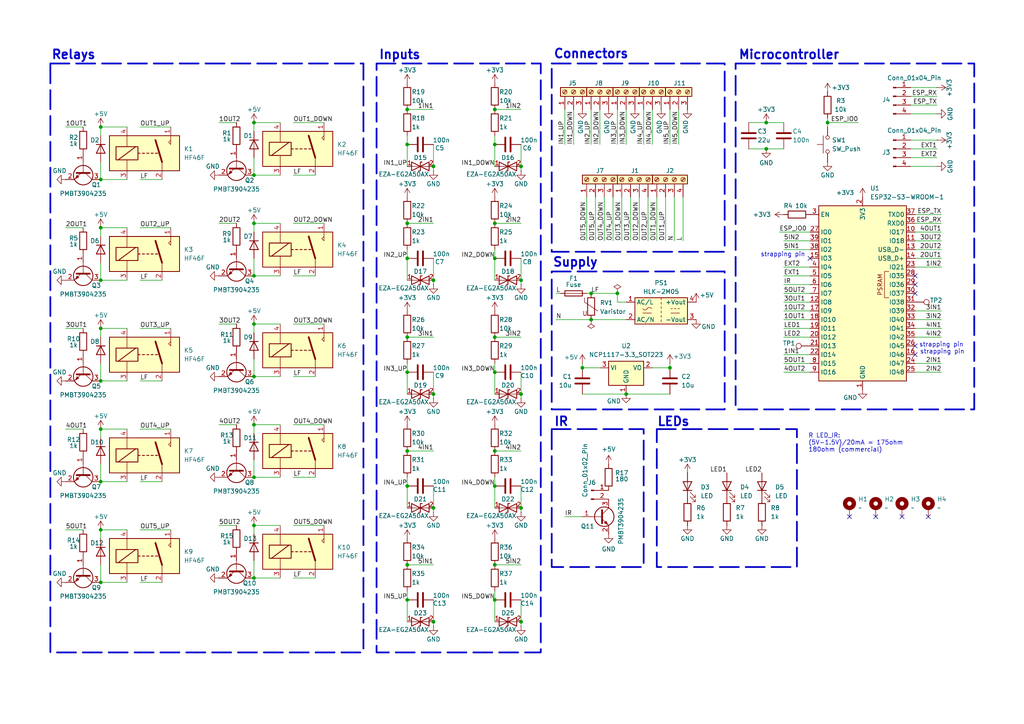
<source format=kicad_sch>
(kicad_sch (version 20231120) (generator "eeschema") (generator_version "8.0")
  (paper "A4")
  (title_block (title "Covers") (date "2025-02-28") (rev "Rev 1.1") (company "Guille González"))
  (junction (at 73.66 109.22))
  (junction (at 143.51 173.99))
  (junction (at 143.51 74.93))
  (junction (at 151.13 147.32))
  (junction (at 125.73 180.34))
  (junction (at 73.66 167.64))
  (junction (at 118.11 41.91))
  (junction (at 73.66 64.77))
  (junction (at 143.51 64.77))
  (junction (at 168.91 106.68))
  (junction (at 29.21 110.49))
  (junction (at 151.13 180.34))
  (junction (at 73.66 93.98))
  (junction (at 240.03 35.56))
  (junction (at 118.11 163.83))
  (junction (at 73.66 50.8))
  (junction (at 73.66 123.19))
  (junction (at 151.13 48.26))
  (junction (at 171.45 85.09))
  (junction (at 125.73 147.32))
  (junction (at 29.21 124.46))
  (junction (at 73.66 80.01))
  (junction (at 118.11 107.95))
  (junction (at 125.73 114.3))
  (junction (at 29.21 139.7))
  (junction (at 29.21 52.07))
  (junction (at 151.13 114.3))
  (junction (at 143.51 163.83))
  (junction (at 29.21 66.04))
  (junction (at 118.11 130.81))
  (junction (at 179.07 85.09))
  (junction (at 73.66 138.43))
  (junction (at 222.25 43.18))
  (junction (at 151.13 81.28))
  (junction (at 29.21 95.25))
  (junction (at 194.31 106.68))
  (junction (at 29.21 81.28))
  (junction (at 118.11 97.79))
  (junction (at 143.51 97.79))
  (junction (at 222.25 35.56))
  (junction (at 118.11 140.97))
  (junction (at 73.66 35.56))
  (junction (at 181.61 114.3))
  (junction (at 171.45 92.71))
  (junction (at 29.21 153.67))
  (junction (at 143.51 140.97))
  (junction (at 143.51 31.75))
  (junction (at 143.51 41.91))
  (junction (at 143.51 107.95))
  (junction (at 125.73 81.28))
  (junction (at 125.73 48.26))
  (junction (at 29.21 168.91))
  (junction (at 143.51 130.81))
  (junction (at 118.11 173.99))
  (junction (at 29.21 36.83))
  (junction (at 73.66 152.4))
  (junction (at 118.11 74.93))
  (junction (at 118.11 64.77))
  (junction (at 118.11 31.75))
  (no_connect (at 234.95 74.93))
  (no_connect (at 265.43 85.09))
  (no_connect (at 269.24 149.86))
  (no_connect (at 254 149.86))
  (no_connect (at 265.43 100.33))
  (no_connect (at 265.43 102.87))
  (no_connect (at 261.62 149.86))
  (no_connect (at 265.43 80.01))
  (no_connect (at 265.43 82.55))
  (no_connect (at 246.38 149.86))
  (wire (pts (xy 118.11 138.43) (xy 118.11 140.97)))
  (wire (pts (xy 265.43 77.47) (xy 273.05 77.47)))
  (wire (pts (xy 143.51 39.37) (xy 143.51 41.91)))
  (wire (pts (xy 194.31 105.41) (xy 194.31 106.68)))
  (wire (pts (xy 29.21 124.46) (xy 29.21 127)))
  (wire (pts (xy 73.66 80.01) (xy 81.28 80.01)))
  (wire (pts (xy 73.66 133.35) (xy 73.66 138.43)))
  (wire (pts (xy 179.07 41.91) (xy 179.07 31.75)))
  (wire (pts (xy 171.45 85.09) (xy 179.07 85.09)))
  (wire (pts (xy 151.13 173.99) (xy 151.13 180.34)))
  (wire (pts (xy 143.51 140.97) (xy 143.51 147.32)))
  (wire (pts (xy 125.73 173.99) (xy 125.73 180.34)))
  (wire (pts (xy 73.66 138.43) (xy 81.28 138.43)))
  (wire (pts (xy 271.78 45.72) (xy 264.16 45.72)))
  (wire (pts (xy 179.07 85.09) (xy 179.07 87.63)))
  (wire (pts (xy 151.13 107.95) (xy 151.13 114.3)))
  (wire (pts (xy 227.33 105.41) (xy 234.95 105.41)))
  (wire (pts (xy 273.05 64.77) (xy 265.43 64.77)))
  (wire (pts (xy 118.11 173.99) (xy 118.11 180.34)))
  (wire (pts (xy 265.43 92.71) (xy 273.05 92.71)))
  (wire (pts (xy 180.34 57.15) (xy 180.34 69.85)))
  (wire (pts (xy 151.13 41.91) (xy 151.13 48.26)))
  (wire (pts (xy 151.13 48.26) (xy 151.13 49.53)))
  (wire (pts (xy 240.03 34.29) (xy 240.03 35.56)))
  (wire (pts (xy 265.43 105.41) (xy 273.05 105.41)))
  (wire (pts (xy 265.43 95.25) (xy 273.05 95.25)))
  (wire (pts (xy 125.73 180.34) (xy 125.73 181.61)))
  (wire (pts (xy 265.43 67.31) (xy 273.05 67.31)))
  (wire (pts (xy 125.73 41.91) (xy 125.73 48.26)))
  (wire (pts (xy 171.45 41.91) (xy 171.45 31.75)))
  (wire (pts (xy 73.66 104.14) (xy 73.66 109.22)))
  (wire (pts (xy 271.78 40.64) (xy 264.16 40.64)))
  (wire (pts (xy 40.64 168.91) (xy 46.99 168.91)))
  (wire (pts (xy 240.03 35.56) (xy 240.03 36.83)))
  (wire (pts (xy 198.12 69.85) (xy 198.12 57.15)))
  (wire (pts (xy 143.51 105.41) (xy 143.51 107.95)))
  (wire (pts (xy 181.61 114.3) (xy 194.31 114.3)))
  (wire (pts (xy 177.8 57.15) (xy 177.8 69.85)))
  (wire (pts (xy 29.21 163.83) (xy 29.21 168.91)))
  (wire (pts (xy 85.09 123.19) (xy 93.98 123.19)))
  (wire (pts (xy 227.33 82.55) (xy 234.95 82.55)))
  (wire (pts (xy 40.64 139.7) (xy 46.99 139.7)))
  (wire (pts (xy 29.21 95.25) (xy 29.21 97.79)))
  (wire (pts (xy 63.5 93.98) (xy 68.58 93.98)))
  (wire (pts (xy 40.64 66.04) (xy 49.53 66.04)))
  (wire (pts (xy 125.73 74.93) (xy 125.73 81.28)))
  (wire (pts (xy 143.51 163.83) (xy 151.13 163.83)))
  (wire (pts (xy 143.51 64.77) (xy 151.13 64.77)))
  (wire (pts (xy 85.09 50.8) (xy 91.44 50.8)))
  (wire (pts (xy 271.78 30.48) (xy 264.16 30.48)))
  (wire (pts (xy 143.51 97.79) (xy 151.13 97.79)))
  (wire (pts (xy 29.21 76.2) (xy 29.21 81.28)))
  (wire (pts (xy 73.66 74.93) (xy 73.66 80.01)))
  (wire (pts (xy 143.51 107.95) (xy 143.51 114.3)))
  (wire (pts (xy 29.21 110.49) (xy 36.83 110.49)))
  (wire (pts (xy 227.33 85.09) (xy 234.95 85.09)))
  (wire (pts (xy 273.05 62.23) (xy 265.43 62.23)))
  (wire (pts (xy 40.64 52.07) (xy 46.99 52.07)))
  (wire (pts (xy 189.23 106.68) (xy 194.31 106.68)))
  (wire (pts (xy 125.73 114.3) (xy 125.73 115.57)))
  (wire (pts (xy 73.66 123.19) (xy 73.66 125.73)))
  (wire (pts (xy 73.66 152.4) (xy 73.66 154.94)))
  (wire (pts (xy 170.18 57.15) (xy 170.18 69.85)))
  (wire (pts (xy 125.73 147.32) (xy 125.73 148.59)))
  (wire (pts (xy 163.83 149.86) (xy 168.91 149.86)))
  (wire (pts (xy 19.05 95.25) (xy 24.13 95.25)))
  (wire (pts (xy 170.18 85.09) (xy 171.45 85.09)))
  (wire (pts (xy 118.11 72.39) (xy 118.11 74.93)))
  (wire (pts (xy 248.92 35.56) (xy 240.03 35.56)))
  (wire (pts (xy 73.66 35.56) (xy 73.66 38.1)))
  (wire (pts (xy 36.83 95.25) (xy 29.21 95.25)))
  (wire (pts (xy 36.83 153.67) (xy 29.21 153.67)))
  (wire (pts (xy 143.51 74.93) (xy 143.51 81.28)))
  (wire (pts (xy 271.78 27.94) (xy 264.16 27.94)))
  (wire (pts (xy 171.45 92.71) (xy 181.61 92.71)))
  (wire (pts (xy 36.83 36.83) (xy 29.21 36.83)))
  (wire (pts (xy 118.11 105.41) (xy 118.11 107.95)))
  (wire (pts (xy 118.11 107.95) (xy 118.11 114.3)))
  (wire (pts (xy 40.64 110.49) (xy 46.99 110.49)))
  (wire (pts (xy 227.33 92.71) (xy 234.95 92.71)))
  (wire (pts (xy 194.31 41.91) (xy 194.31 31.75)))
  (wire (pts (xy 36.83 66.04) (xy 29.21 66.04)))
  (wire (pts (xy 227.33 90.17) (xy 234.95 90.17)))
  (wire (pts (xy 151.13 114.3) (xy 151.13 115.57)))
  (wire (pts (xy 85.09 80.01) (xy 91.44 80.01)))
  (wire (pts (xy 125.73 81.28) (xy 125.73 82.55)))
  (wire (pts (xy 151.13 81.28) (xy 151.13 82.55)))
  (wire (pts (xy 63.5 35.56) (xy 68.58 35.56)))
  (wire (pts (xy 63.5 152.4) (xy 68.58 152.4)))
  (wire (pts (xy 143.51 130.81) (xy 151.13 130.81)))
  (wire (pts (xy 175.26 57.15) (xy 175.26 69.85)))
  (wire (pts (xy 234.95 67.31) (xy 226.06 67.31)))
  (wire (pts (xy 217.17 43.18) (xy 222.25 43.18)))
  (wire (pts (xy 40.64 95.25) (xy 49.53 95.25)))
  (wire (pts (xy 29.21 153.67) (xy 29.21 156.21)))
  (wire (pts (xy 190.5 57.15) (xy 190.5 69.85)))
  (wire (pts (xy 265.43 97.79) (xy 273.05 97.79)))
  (wire (pts (xy 40.64 36.83) (xy 49.53 36.83)))
  (wire (pts (xy 163.83 41.91) (xy 163.83 31.75)))
  (wire (pts (xy 227.33 107.95) (xy 234.95 107.95)))
  (wire (pts (xy 118.11 74.93) (xy 118.11 81.28)))
  (wire (pts (xy 265.43 69.85) (xy 273.05 69.85)))
  (wire (pts (xy 265.43 72.39) (xy 273.05 72.39)))
  (wire (pts (xy 85.09 109.22) (xy 91.44 109.22)))
  (wire (pts (xy 73.66 109.22) (xy 81.28 109.22)))
  (wire (pts (xy 118.11 41.91) (xy 118.11 48.26)))
  (wire (pts (xy 29.21 66.04) (xy 29.21 68.58)))
  (wire (pts (xy 143.51 31.75) (xy 151.13 31.75)))
  (wire (pts (xy 29.21 105.41) (xy 29.21 110.49)))
  (wire (pts (xy 29.21 36.83) (xy 29.21 39.37)))
  (wire (pts (xy 73.66 93.98) (xy 73.66 96.52)))
  (wire (pts (xy 196.85 41.91) (xy 196.85 31.75)))
  (wire (pts (xy 186.69 41.91) (xy 186.69 31.75)))
  (wire (pts (xy 179.07 87.63) (xy 181.61 87.63)))
  (wire (pts (xy 125.73 48.26) (xy 125.73 49.53)))
  (wire (pts (xy 85.09 35.56) (xy 93.98 35.56)))
  (wire (pts (xy 73.66 64.77) (xy 73.66 67.31)))
  (wire (pts (xy 29.21 134.62) (xy 29.21 139.7)))
  (wire (pts (xy 271.78 33.02) (xy 264.16 33.02)))
  (wire (pts (xy 161.29 85.09) (xy 162.56 85.09)))
  (wire (pts (xy 265.43 107.95) (xy 273.05 107.95)))
  (wire (pts (xy 118.11 64.77) (xy 125.73 64.77)))
  (wire (pts (xy 118.11 39.37) (xy 118.11 41.91)))
  (wire (pts (xy 166.37 41.91) (xy 166.37 31.75)))
  (wire (pts (xy 187.96 57.15) (xy 187.96 69.85)))
  (wire (pts (xy 271.78 48.26) (xy 264.16 48.26)))
  (wire (pts (xy 143.51 72.39) (xy 143.51 74.93)))
  (wire (pts (xy 143.51 41.91) (xy 143.51 48.26)))
  (wire (pts (xy 19.05 66.04) (xy 24.13 66.04)))
  (wire (pts (xy 193.04 57.15) (xy 193.04 69.85)))
  (wire (pts (xy 222.25 43.18) (xy 227.33 43.18)))
  (wire (pts (xy 271.78 43.18) (xy 264.16 43.18)))
  (wire (pts (xy 227.33 80.01) (xy 234.95 80.01)))
  (wire (pts (xy 81.28 64.77) (xy 73.66 64.77)))
  (wire (pts (xy 189.23 41.91) (xy 189.23 31.75)))
  (wire (pts (xy 73.66 50.8) (xy 81.28 50.8)))
  (wire (pts (xy 143.51 171.45) (xy 143.51 173.99)))
  (wire (pts (xy 227.33 87.63) (xy 234.95 87.63)))
  (wire (pts (xy 265.43 74.93) (xy 273.05 74.93)))
  (wire (pts (xy 168.91 106.68) (xy 173.99 106.68)))
  (wire (pts (xy 29.21 81.28) (xy 36.83 81.28)))
  (wire (pts (xy 29.21 46.99) (xy 29.21 52.07)))
  (wire (pts (xy 151.13 147.32) (xy 151.13 148.59)))
  (wire (pts (xy 227.33 72.39) (xy 234.95 72.39)))
  (wire (pts (xy 118.11 140.97) (xy 118.11 147.32)))
  (wire (pts (xy 143.51 173.99) (xy 143.51 180.34)))
  (wire (pts (xy 185.42 57.15) (xy 185.42 69.85)))
  (wire (pts (xy 19.05 153.67) (xy 24.13 153.67)))
  (wire (pts (xy 151.13 74.93) (xy 151.13 81.28)))
  (wire (pts (xy 168.91 105.41) (xy 168.91 106.68)))
  (wire (pts (xy 118.11 31.75) (xy 125.73 31.75)))
  (wire (pts (xy 81.28 123.19) (xy 73.66 123.19)))
  (wire (pts (xy 143.51 138.43) (xy 143.51 140.97)))
  (wire (pts (xy 85.09 64.77) (xy 93.98 64.77)))
  (wire (pts (xy 40.64 124.46) (xy 49.53 124.46)))
  (wire (pts (xy 125.73 140.97) (xy 125.73 147.32)))
  (wire (pts (xy 73.66 45.72) (xy 73.66 50.8)))
  (wire (pts (xy 168.91 114.3) (xy 181.61 114.3)))
  (wire (pts (xy 29.21 168.91) (xy 36.83 168.91)))
  (wire (pts (xy 182.88 57.15) (xy 182.88 69.85)))
  (wire (pts (xy 118.11 130.81) (xy 125.73 130.81)))
  (wire (pts (xy 40.64 153.67) (xy 49.53 153.67)))
  (wire (pts (xy 73.66 162.56) (xy 73.66 167.64)))
  (wire (pts (xy 118.11 163.83) (xy 125.73 163.83)))
  (wire (pts (xy 29.21 139.7) (xy 36.83 139.7)))
  (wire (pts (xy 40.64 81.28) (xy 46.99 81.28)))
  (wire (pts (xy 19.05 124.46) (xy 24.13 124.46)))
  (wire (pts (xy 118.11 171.45) (xy 118.11 173.99)))
  (wire (pts (xy 271.78 25.4) (xy 264.16 25.4)))
  (wire (pts (xy 227.33 97.79) (xy 234.95 97.79)))
  (wire (pts (xy 227.33 102.87) (xy 234.95 102.87)))
  (wire (pts (xy 227.33 77.47) (xy 234.95 77.47)))
  (wire (pts (xy 151.13 140.97) (xy 151.13 147.32)))
  (wire (pts (xy 85.09 138.43) (xy 91.44 138.43)))
  (wire (pts (xy 29.21 52.07) (xy 36.83 52.07)))
  (wire (pts (xy 217.17 35.56) (xy 222.25 35.56)))
  (wire (pts (xy 81.28 152.4) (xy 73.66 152.4)))
  (wire (pts (xy 181.61 41.91) (xy 181.61 31.75)))
  (wire (pts (xy 173.99 41.91) (xy 173.99 31.75)))
  (wire (pts (xy 63.5 123.19) (xy 68.58 123.19)))
  (wire (pts (xy 36.83 124.46) (xy 29.21 124.46)))
  (wire (pts (xy 73.66 167.64) (xy 81.28 167.64)))
  (wire (pts (xy 81.28 93.98) (xy 73.66 93.98)))
  (wire (pts (xy 19.05 36.83) (xy 24.13 36.83)))
  (wire (pts (xy 222.25 35.56) (xy 227.33 35.56)))
  (wire (pts (xy 265.43 90.17) (xy 273.05 90.17)))
  (wire (pts (xy 161.29 92.71) (xy 171.45 92.71)))
  (wire (pts (xy 151.13 181.61) (xy 151.13 180.34)))
  (wire (pts (xy 125.73 107.95) (xy 125.73 114.3)))
  (wire (pts (xy 118.11 97.79) (xy 125.73 97.79)))
  (wire (pts (xy 81.28 35.56) (xy 73.66 35.56)))
  (wire (pts (xy 227.33 69.85) (xy 234.95 69.85)))
  (wire (pts (xy 85.09 152.4) (xy 93.98 152.4)))
  (wire (pts (xy 195.58 69.85) (xy 195.58 57.15)))
  (wire (pts (xy 85.09 167.64) (xy 91.44 167.64)))
  (wire (pts (xy 172.72 57.15) (xy 172.72 69.85)))
  (wire (pts (xy 63.5 64.77) (xy 68.58 64.77)))
  (wire (pts (xy 227.33 95.25) (xy 234.95 95.25)))
  (wire (pts (xy 85.09 93.98) (xy 93.98 93.98)))
  (rectangle (start 160.02 124.46) (end 186.69 164.465) (stroke (width 0.5) (type dash)))
  (rectangle (start 190.5 124.46) (end 231.14 164.465) (stroke (width 0.5) (type dash)))
  (rectangle (start 160.02 18.415) (end 210.185 73.025) (stroke (width 0.5) (type dash)))
  (rectangle (start 14.605 18.415) (end 105.41 189.23) (stroke (width 0.5) (type dash)))
  (rectangle (start 109.22 18.415) (end 156.845 189.23) (stroke (width 0.5) (type dash)))
  (rectangle (start 160.02 78.74) (end 210.185 118.745) (stroke (width 0.5) (type dash)))
  (rectangle (start 213.36 18.415) (end 282.575 118.745) (stroke (width 0.5) (type dash)))
  (text "Microcontroller" (at 228.854 16.002 0) (effects (font (size 2.56 2.56) (thickness 0.512) (bold yes))))
  (text "strapping pin" (at 273.05 100.076 0) (effects (font (size 1.27 1.27))))
  (text "strapping pin" (at 227.076 73.914 0) (effects (font (size 1.27 1.27))))
  (text "Supply" (at 166.878 76.2 0) (effects (font (size 2.56 2.56) (thickness 0.512) (bold yes))))
  (text "strapping pin" (at 273.304 102.108 0) (effects (font (size 1.27 1.27))))
  (text "Connectors" (at 171.45 15.748 0) (effects (font (size 2.56 2.56) (thickness 0.512) (bold yes))))
  (text "Relays" (at 21.336 16.002 0) (effects (font (size 2.56 2.56) (thickness 0.512) (bold yes))))
  (text "R LED_IR:\n(5V-1.5V)/20mA = 175ohm\n180ohm (commercial)" (at 234.442 128.524 0) (effects (font (size 1.27 1.27)) (justify left)))
  (text "Inputs" (at 115.951 16.002 0) (effects (font (size 2.56 2.56) (thickness 0.512) (bold yes))))
  (text "LEDs" (at 195.326 122.428 0) (effects (font (size 2.56 2.56) (thickness 0.512) (bold yes))))
  (text "IR" (at 162.814 122.428 0) (effects (font (size 2.56 2.56) (thickness 0.512) (bold yes))))
  (label "1IN2" (at 151.13 31.75 180))
  (label "5IN1" (at 125.73 163.83 180))
  (label "LF" (at 40.64 168.91 0))
  (label "IN3_UP" (at 179.07 41.91 90))
  (label "4IN1" (at 125.73 130.81 180))
  (label "LED2" (at 220.98 137.16 180))
  (label "2OUT1" (at 19.05 66.04 0))
  (label "LF" (at 85.09 167.64 0))
  (label "ESP_IO0" (at 248.92 35.56 180))
  (label "1IN1" (at 227.33 102.87 0))
  (label "5OUT2" (at 63.5 152.4 0))
  (label "OUT3_UP" (at 182.88 69.85 90))
  (label "IN5_DOWN" (at 143.51 173.99 180))
  (label "EXT1" (at 227.33 80.01 0))
  (label "OUT3_DOWN" (at 85.09 93.98 0))
  (label "ESP_IO0" (at 226.06 67.31 0))
  (label "IN5_DOWN" (at 196.85 41.91 90))
  (label "3OUT1" (at 227.33 87.63 0))
  (label "3OUT2" (at 63.5 93.98 0))
  (label "LF" (at 85.09 50.8 0))
  (label "IN1_DOWN" (at 143.51 48.26 180))
  (label "IN3_DOWN" (at 143.51 107.95 180))
  (label "1OUT2" (at 63.5 35.56 0))
  (label "4IN2" (at 151.13 130.81 180))
  (label "1IN1" (at 125.73 31.75 180))
  (label "2OUT2" (at 273.05 72.39 180))
  (label "4OUT1" (at 19.05 124.46 0))
  (label "5IN2" (at 227.33 69.85 0))
  (label "L" (at 198.12 69.85 90))
  (label "3OUT2" (at 273.05 69.85 180))
  (label "1OUT1" (at 227.33 92.71 0))
  (label "OUT4_UP" (at 177.8 69.85 90))
  (label "IR" (at 227.33 82.55 0))
  (label "2OUT1" (at 273.05 74.93 180))
  (label "3OUT1" (at 19.05 95.25 0))
  (label "LF" (at 171.45 85.09 0))
  (label "3IN1" (at 273.05 90.17 180))
  (label "IN4_UP" (at 186.69 41.91 90))
  (label "1OUT2" (at 227.33 90.17 0))
  (label "IN1_DOWN" (at 166.37 41.91 90))
  (label "IN3_DOWN" (at 181.61 41.91 90))
  (label "IN5_UP" (at 118.11 173.99 180))
  (label "3IN2" (at 273.05 92.71 180))
  (label "OUT4_DOWN" (at 85.09 123.19 0))
  (label "LF" (at 40.64 139.7 0))
  (label "IN3_UP" (at 118.11 107.95 180))
  (label "OUT5_UP" (at 40.64 153.67 0))
  (label "LF" (at 85.09 109.22 0))
  (label "OUT4_UP" (at 40.64 124.46 0))
  (label "5OUT1" (at 19.05 153.67 0))
  (label "EXT1" (at 271.78 43.18 180))
  (label "OUT5_UP" (at 172.72 69.85 90))
  (label "OUT3_DOWN" (at 180.34 69.85 90))
  (label "OUT2_DOWN" (at 185.42 69.85 90))
  (label "LF" (at 85.09 138.43 0))
  (label "LF" (at 40.64 81.28 0))
  (label "2IN1" (at 125.73 64.77 180))
  (label "IN4_DOWN" (at 189.23 41.91 90))
  (label "L" (at 161.29 85.09 0))
  (label "OUT5_DOWN" (at 85.09 152.4 0))
  (label "LED1" (at 227.33 95.25 0))
  (label "2OUT2" (at 63.5 64.77 0))
  (label "OUT2_UP" (at 40.64 66.04 0))
  (label "OUT1_UP" (at 40.64 36.83 0))
  (label "5IN1" (at 227.33 72.39 0))
  (label "LED2" (at 227.33 97.79 0))
  (label "4IN2" (at 273.05 97.79 180))
  (label "5OUT1" (at 227.33 105.41 0))
  (label "OUT2_DOWN" (at 85.09 64.77 0))
  (label "ESP_RX" (at 271.78 27.94 180))
  (label "2IN2" (at 151.13 64.77 180))
  (label "IN1_UP" (at 118.11 48.26 180))
  (label "IR" (at 163.83 149.86 0))
  (label "OUT1_DOWN" (at 85.09 35.56 0))
  (label "EXT2" (at 271.78 45.72 180))
  (label "ESP_TX" (at 273.05 62.23 180))
  (label "1OUT1" (at 19.05 36.83 0))
  (label "EXT2" (at 227.33 77.47 0))
  (label "3IN1" (at 125.73 97.79 180))
  (label "OUT4_DOWN" (at 175.26 69.85 90))
  (label "LF" (at 40.64 52.07 0))
  (label "3IN2" (at 151.13 97.79 180))
  (label "IN4_UP" (at 118.11 140.97 180))
  (label "OUT1_DOWN" (at 190.5 69.85 90))
  (label "OUT1_UP" (at 193.04 69.85 90))
  (label "ESP_RX" (at 273.05 64.77 180))
  (label "N" (at 161.29 92.71 0))
  (label "OUT5_DOWN" (at 170.18 69.85 90))
  (label "5OUT2" (at 227.33 85.09 0))
  (label "IN5_UP" (at 194.31 41.91 90))
  (label "ESP_TX" (at 271.78 30.48 180))
  (label "LED1" (at 210.82 137.16 180))
  (label "4OUT2" (at 227.33 107.95 0))
  (label "4OUT1" (at 273.05 67.31 180))
  (label "1IN2" (at 273.05 77.47 180))
  (label "LF" (at 40.64 110.49 0))
  (label "IN2_DOWN" (at 173.99 41.91 90))
  (label "5IN2" (at 151.13 163.83 180))
  (label "4OUT2" (at 63.5 123.19 0))
  (label "LF" (at 85.09 80.01 0))
  (label "2IN2" (at 273.05 107.95 180))
  (label "IN2_DOWN" (at 143.51 74.93 180))
  (label "IN2_UP" (at 118.11 74.93 180))
  (label "IN2_UP" (at 171.45 41.91 90))
  (label "2IN1" (at 273.05 105.41 180))
  (label "IN1_UP" (at 163.83 41.91 90))
  (label "OUT3_UP" (at 40.64 95.25 0))
  (label "N" (at 195.58 69.85 90))
  (label "4IN1" (at 273.05 95.25 180))
  (label "IN4_DOWN" (at 143.51 140.97 180))
  (label "OUT2_UP" (at 187.96 69.85 90))
  (symbol (lib_id "power:GND") (at 181.61 114.3 0) (unit 1)
    (property "Reference" "#PWR06" (effects (hide yes)))
    (property "Value" "GND" (at 178.054 116.332 0))
    (property "Description" "Power symbol creates a global label with name \"GND\" , ground" (effects (hide yes)))
  )
  (symbol (lib_id "power:GND") (at 210.82 152.4 0) (unit 1)
    (property "Reference" "#PWR020" (effects (hide yes)))
    (property "Value" "GND" (at 210.82 156.21 0))
    (property "Description" "Power symbol creates a global label with name \"GND\" , ground" (effects (hide yes)))
  )
  (symbol (lib_id "power:+5V") (at 73.66 123.19 0) (unit 1)
    (property "Reference" "#PWR035" (effects (hide yes)))
    (property "Value" "+5V" (at 73.66 119.38 0))
    (property "Description" "Power symbol creates a global label with name \"+5V\"" (effects (hide yes)))
  )
  (symbol (lib_id "Device:D") (at 29.21 160.02 270) (unit 1)
    (property "Reference" "D12" (at 26.162 157.48 90) (effects (justify left)))
    (property "Value" "1N4448W" (effects (hide yes)))
    (property "Footprint" "Diode_SMD:D_SOD-123" (effects (hide yes)))
    (property "Description" "Diode" (effects (hide yes)))
    (property "Sim.Device" "D" (effects (hide yes)))
    (property "Sim.Pins" "1=K 2=A" (effects (hide yes)))
  )
  (symbol (lib_id "Device:Varistor") (at 171.45 88.9 0) (unit 1)
    (property "Reference" "RV1" (at 173.99 87.8233 0) (effects (justify left)))
    (property "Value" "Varistor" (at 173.99 90.3633 0) (effects (justify left)))
    (property "Footprint" "Varistor:RV_Disc_D12mm_W4.5mm_P7.5mm" (effects (hide yes)))
    (property "Description" "Voltage dependent resistor" (effects (hide yes)))
    (property "Sim.Name" "kicad_builtin_varistor" (effects (hide yes)))
    (property "Sim.Device" "SUBCKT" (effects (hide yes)))
    (property "Sim.Pins" "1=A 2=B" (effects (hide yes)))
    (property "Sim.Params" "threshold=1k" (effects (hide yes)))
    (property "Sim.Library" "${KICAD7_SYMBOL_DIR}/Simulation_SPICE.sp" (effects (hide yes)))
  )
  (symbol (lib_id "power:+3V3") (at 271.78 40.64 270) (unit 1)
    (property "Reference" "#PWR066" (effects (hide yes)))
    (property "Value" "+3V3" (at 275.336 38.1 0) (effects (justify left)))
    (property "Description" "Power symbol creates a global label with name \"+3V3\"" (effects (hide yes)))
  )
  (symbol (lib_id "Connector:Screw_Terminal_01x04") (at 172.72 52.07 90) (unit 1)
    (property "Reference" "J7" (at 173.99 49.53 90))
    (property "Value" "Screw_Terminal_01x04" (effects (hide yes)))
    (property "Footprint" "Connector_Phoenix_MSTB:PhoenixContact_MSTBA_2,5_4-G-5,08_1x04_P5.08mm_Horizontal" (effects (hide yes)))
    (property "Description" "Generic screw terminal, single row, 01x04, script generated (kicad-library-utils/schlib/autogen/connector/)" (effects (hide yes)))
  )
  (symbol (lib_id "power:+3V3") (at 143.51 24.13 0) (unit 1)
    (property "Reference" "#PWR045" (effects (hide yes)))
    (property "Value" "+3V3" (at 143.51 20.32 0))
    (property "Description" "Power symbol creates a global label with name \"+3V3\"" (effects (hide yes)))
  )
  (symbol (lib_id "Connector:Screw_Terminal_01x03") (at 173.99 26.67 90) (unit 1)
    (property "Reference" "J8" (at 172.466 24.13 90) (effects (justify right)))
    (property "Value" "Screw_Terminal_01x03" (effects (hide yes)))
    (property "Footprint" "Connector_Phoenix_MC:PhoenixContact_MC_1,5_3-G-3.81_1x03_P3.81mm_Horizontal" (effects (hide yes)))
    (property "Description" "Generic screw terminal, single row, 01x03, script generated (kicad-library-utils/schlib/autogen/connector/)" (effects (hide yes)))
  )
  (symbol (lib_id "power:+5V") (at 29.21 95.25 0) (unit 1)
    (property "Reference" "#PWR029" (effects (hide yes)))
    (property "Value" "+5V" (at 29.21 91.44 0))
    (property "Description" "Power symbol creates a global label with name \"+5V\"" (effects (hide yes)))
  )
  (symbol (lib_id "power:GND") (at 63.5 80.01 270) (unit 1)
    (property "Reference" "#PWR026" (effects (hide yes)))
    (property "Value" "GND" (at 61.722 77.47 90))
    (property "Description" "Power symbol creates a global label with name \"GND\" , ground" (effects (hide yes)))
  )
  (symbol (lib_id "Connector:Screw_Terminal_01x03") (at 196.85 26.67 90) (unit 1)
    (property "Reference" "J11" (at 195.326 24.13 90) (effects (justify right)))
    (property "Value" "Screw_Terminal_01x03" (effects (hide yes)))
    (property "Footprint" "Connector_Phoenix_MC:PhoenixContact_MC_1,5_3-G-3.81_1x03_P3.81mm_Horizontal" (effects (hide yes)))
    (property "Description" "Generic screw terminal, single row, 01x03, script generated (kicad-library-utils/schlib/autogen/connector/)" (effects (hide yes)))
  )
  (symbol (lib_id "Device:R") (at 68.58 39.37 0) (unit 1)
    (property "Reference" "R1" (at 65.786 38.608 0))
    (property "Value" "1k" (at 65.786 40.386 0))
    (property "Footprint" "Resistor_SMD:R_0603_1608Metric" (effects (hide yes)))
    (property "Description" "Resistor" (effects (hide yes)))
  )
  (symbol (lib_id "Device:R") (at 143.51 101.6 180) (unit 1)
    (property "Reference" "R29" (at 144.78 100.33 0) (effects (justify right)))
    (property "Value" "1k" (at 144.78 102.87 0) (effects (justify right)))
    (property "Footprint" "Resistor_SMD:R_0603_1608Metric" (effects (hide yes)))
    (property "Description" "Resistor" (effects (hide yes)))
  )
  (symbol (lib_id "Device:LED") (at 199.39 140.97 90) (unit 1)
    (property "Reference" "D3" (at 203.2 141.2875 90) (effects (justify right)))
    (property "Value" "LED" (at 203.2 143.8275 90) (effects (justify right)))
    (property "Footprint" "LED_SMD:LED_0603_1608Metric" (effects (hide yes)))
    (property "Description" "Light emitting diode" (effects (hide yes)))
  )
  (symbol (lib_id "power:GND") (at 63.5 138.43 270) (unit 1)
    (property "Reference" "#PWR034" (effects (hide yes)))
    (property "Value" "GND" (at 61.722 135.89 90))
    (property "Description" "Power symbol creates a global label with name \"GND\" , ground" (effects (hide yes)))
  )
  (symbol (lib_id "power:GND") (at 151.13 181.61 0) (unit 1)
    (property "Reference" "#PWR062" (effects (hide yes)))
    (property "Value" "GND" (at 151.13 185.42 0))
    (property "Description" "Power symbol creates a global label with name \"GND\" , ground" (effects (hide yes)))
  )
  (symbol (lib_id "guille-lib:PMBT3904235") (at 68.58 80.01 270) (unit 1)
    (property "Reference" "Q4" (at 72.39 81.534 90))
    (property "Value" "PMBT3904235" (at 68.58 84.074 90))
    (property "Footprint" "Package_TO_SOT_SMD:SOT-23" (effects (hide yes)))
    (property "Datasheet" "https://assets.nexperia.com/documents/data-sheet/PMBT3904.pdf" (effects (hide yes)))
    (property "Description" "PMBT3904 - NPN switching transistor" (effects (hide yes)))
    (property "Manufacturer" "Nexperia" (effects (hide yes)))
    (property "Manufacturer_PN" "PMBT3904,235" (effects (hide yes)))
    (property "Supplier" "Mouser" (effects (hide yes)))
    (property "Supplier_PN" "771-PMBT3904235" (effects (hide yes)))
  )
  (symbol (lib_id "Device:R") (at 118.11 167.64 180) (unit 1)
    (property "Reference" "R35" (at 119.38 166.37 0) (effects (justify right)))
    (property "Value" "1k" (at 119.38 168.91 0) (effects (justify right)))
    (property "Footprint" "Resistor_SMD:R_0603_1608Metric" (effects (hide yes)))
    (property "Description" "Resistor" (effects (hide yes)))
  )
  (symbol (lib_id "power:GND") (at 191.77 31.75 0) (unit 1)
    (property "Reference" "#PWR017" (effects (hide yes)))
    (property "Value" "GND" (at 191.262 36.83 90))
    (property "Description" "Power symbol creates a global label with name \"GND\" , ground" (effects (hide yes)))
  )
  (symbol (lib_id "power:GND") (at 125.73 148.59 0) (unit 1)
    (property "Reference" "#PWR056" (effects (hide yes)))
    (property "Value" "GND" (at 125.73 152.4 0))
    (property "Description" "Power symbol creates a global label with name \"GND\" , ground" (effects (hide yes)))
  )
  (symbol (lib_id "Connector:Screw_Terminal_01x03") (at 166.37 26.67 90) (unit 1)
    (property "Reference" "J5" (at 164.846 24.13 90) (effects (justify right)))
    (property "Value" "Screw_Terminal_01x03" (effects (hide yes)))
    (property "Footprint" "Connector_Phoenix_MC:PhoenixContact_MC_1,5_3-G-3.81_1x03_P3.81mm_Horizontal" (effects (hide yes)))
    (property "Description" "Generic screw terminal, single row, 01x03, script generated (kicad-library-utils/schlib/autogen/connector/)" (effects (hide yes)))
  )
  (symbol (lib_id "guille-lib:HF46F") (at 86.36 101.6 0) (unit 1)
    (property "Reference" "K6" (at 97.79 100.3299 0) (effects (justify left)))
    (property "Value" "HF46F" (at 97.79 102.8699 0) (effects (justify left)))
    (property "Footprint" "guille-lib:HF46F" (effects (hide yes)))
    (property "Datasheet" "https://www.maluska.de/wp-content/uploads/hf46f.pdf" (effects (hide yes)))
    (property "Description" "Subminiature intermediate power relay" (effects (hide yes)))
  )
  (symbol (lib_id "guille-lib:EZA-EG2A50AX") (at 147.32 180.34 0) (unit 1)
    (property "Reference" "D25" (at 147.32 177.8 0))
    (property "Value" "EZA-EG2A50AX" (at 142.494 182.626 0))
    (property "Footprint" "guille-lib:EZAEG2A50AX" (effects (hide yes)))
    (property "Datasheet" "https://industrial.panasonic.com/cdbs/www-data/pdf/AWD0000/AWD0000C23.pdf" (effects (hide yes)))
    (property "Description" "Series/Type: ESD Suppressor, Chip Size [LxW(EIA)] (mm): 1.00.5 (EIA:0402), Capacitance value (pF): 0.05 +0.05/-0.04, Rated voltage (V): 30, Peak voltage [max.] (V): 500, Clamping voltage [max.] (V): 100, ESD withstanding [IEC61000-4-2 contact Discharge] (kV): 8, Number of circuit: 1" (effects (hide yes)))
    (property "Height" "0.38" (effects (hide yes)))
    (property "Manufacturer_Name" "Panasonic" (effects (hide yes)))
    (property "Manufacturer_Part_Number" "EZA-EG2A50AX" (effects (hide yes)))
    (property "Mouser Part Number" "667-EZA-EG2A50AX" (effects (hide yes)))
    (property "Mouser Price/Stock" "https://www.mouser.co.uk/ProductDetail/Panasonic/EZA-EG2A50AX?qs=WwqriLBepZuVGjkTEFYPQg%3D%3D" (effects (hide yes)))
    (property "Arrow Part Number" "EZA-EG2A50AX" (effects (hide yes)))
    (property "Arrow Price/Stock" "https://www.arrow.com/en/products/eza-eg2a50ax/panasonic" (effects (hide yes)))
    (property "Simulation Data" "https://industrial.panasonic.com/content/data/CC/files/EZAEG2A50AX.zip" (effects (hide yes)))
  )
  (symbol (lib_id "guille-lib:PMBT3904235") (at 24.13 52.07 270) (unit 1)
    (property "Reference" "Q1" (at 27.94 53.594 90))
    (property "Value" "PMBT3904235" (at 24.13 56.134 90))
    (property "Footprint" "Package_TO_SOT_SMD:SOT-23" (effects (hide yes)))
    (property "Datasheet" "https://assets.nexperia.com/documents/data-sheet/PMBT3904.pdf" (effects (hide yes)))
    (property "Description" "PMBT3904 - NPN switching transistor" (effects (hide yes)))
    (property "Manufacturer" "Nexperia" (effects (hide yes)))
    (property "Manufacturer_PN" "PMBT3904,235" (effects (hide yes)))
    (property "Supplier" "Mouser" (effects (hide yes)))
    (property "Supplier_PN" "771-PMBT3904235" (effects (hide yes)))
  )
  (symbol (lib_id "power:GND") (at 199.39 31.75 0) (unit 1)
    (property "Reference" "#PWR042" (effects (hide yes)))
    (property "Value" "GND" (at 198.882 36.83 90))
    (property "Description" "Power symbol creates a global label with name \"GND\" , ground" (effects (hide yes)))
  )
  (symbol (lib_id "power:GND") (at 176.53 154.94 0) (unit 1)
    (property "Reference" "#PWR040" (effects (hide yes)))
    (property "Value" "GND" (at 176.53 159.258 0))
    (property "Description" "Power symbol creates a global label with name \"GND\" , ground" (effects (hide yes)))
  )
  (symbol (lib_id "guille-lib:EZA-EG2A50AX") (at 147.32 81.28 0) (unit 1)
    (property "Reference" "D18" (at 147.32 78.74 0))
    (property "Value" "EZA-EG2A50AX" (at 142.494 83.566 0))
    (property "Footprint" "guille-lib:EZAEG2A50AX" (effects (hide yes)))
    (property "Datasheet" "https://industrial.panasonic.com/cdbs/www-data/pdf/AWD0000/AWD0000C23.pdf" (effects (hide yes)))
    (property "Description" "Series/Type: ESD Suppressor, Chip Size [LxW(EIA)] (mm): 1.00.5 (EIA:0402), Capacitance value (pF): 0.05 +0.05/-0.04, Rated voltage (V): 30, Peak voltage [max.] (V): 500, Clamping voltage [max.] (V): 100, ESD withstanding [IEC61000-4-2 contact Discharge] (kV): 8, Number of circuit: 1" (effects (hide yes)))
    (property "Height" "0.38" (effects (hide yes)))
    (property "Manufacturer_Name" "Panasonic" (effects (hide yes)))
    (property "Manufacturer_Part_Number" "EZA-EG2A50AX" (effects (hide yes)))
    (property "Mouser Part Number" "667-EZA-EG2A50AX" (effects (hide yes)))
    (property "Mouser Price/Stock" "https://www.mouser.co.uk/ProductDetail/Panasonic/EZA-EG2A50AX?qs=WwqriLBepZuVGjkTEFYPQg%3D%3D" (effects (hide yes)))
    (property "Arrow Part Number" "EZA-EG2A50AX" (effects (hide yes)))
    (property "Arrow Price/Stock" "https://www.arrow.com/en/products/eza-eg2a50ax/panasonic" (effects (hide yes)))
    (property "Simulation Data" "https://industrial.panasonic.com/content/data/CC/files/EZAEG2A50AX.zip" (effects (hide yes)))
  )
  (symbol (lib_id "Device:R") (at 118.11 93.98 180) (unit 1)
    (property "Reference" "R26" (at 119.38 92.71 0) (effects (justify right)))
    (property "Value" "10k" (at 119.38 95.25 0) (effects (justify right)))
    (property "Footprint" "Resistor_SMD:R_0603_1608Metric" (effects (hide yes)))
    (property "Description" "Resistor" (effects (hide yes)))
  )
  (symbol (lib_id "Device:C") (at 147.32 74.93 90) (unit 1)
    (property "Reference" "C8" (at 152.908 75.946 90))
    (property "Value" "100n" (at 153.416 73.66 90))
    (property "Footprint" "Capacitor_SMD:C_0603_1608Metric" (effects (hide yes)))
    (property "Description" "Unpolarized capacitor" (effects (hide yes)))
  )
  (symbol (lib_id "power:+3V3") (at 118.11 123.19 0) (unit 1)
    (property "Reference" "#PWR055" (effects (hide yes)))
    (property "Value" "+3V3" (at 118.11 119.38 0))
    (property "Description" "Power symbol creates a global label with name \"+3V3\"" (effects (hide yes)))
  )
  (symbol (lib_id "Device:R") (at 143.51 68.58 180) (unit 1)
    (property "Reference" "R25" (at 144.78 67.31 0) (effects (justify right)))
    (property "Value" "1k" (at 144.78 69.85 0) (effects (justify right)))
    (property "Footprint" "Resistor_SMD:R_0603_1608Metric" (effects (hide yes)))
    (property "Description" "Resistor" (effects (hide yes)))
  )
  (symbol (lib_id "guille-lib:PMBT3904235") (at 176.53 149.86 0) (unit 1)
    (property "Reference" "Q11" (at 170.434 152.654 0))
    (property "Value" "PMBT3904235" (at 180.086 151.13 90))
    (property "Footprint" "Package_TO_SOT_SMD:SOT-23" (effects (hide yes)))
    (property "Datasheet" "https://assets.nexperia.com/documents/data-sheet/PMBT3904.pdf" (effects (hide yes)))
    (property "Description" "PMBT3904 - NPN switching transistor" (effects (hide yes)))
    (property "Manufacturer" "Nexperia" (effects (hide yes)))
    (property "Manufacturer_PN" "PMBT3904,235" (effects (hide yes)))
    (property "Supplier" "Mouser" (effects (hide yes)))
    (property "Supplier_PN" "771-PMBT3904235" (effects (hide yes)))
  )
  (symbol (lib_id "guille-lib:EZA-EG2A50AX") (at 121.92 180.34 0) (unit 1)
    (property "Reference" "D23" (at 121.92 177.8 0))
    (property "Value" "EZA-EG2A50AX" (at 117.094 182.626 0))
    (property "Footprint" "guille-lib:EZAEG2A50AX" (effects (hide yes)))
    (property "Datasheet" "https://industrial.panasonic.com/cdbs/www-data/pdf/AWD0000/AWD0000C23.pdf" (effects (hide yes)))
    (property "Description" "Series/Type: ESD Suppressor, Chip Size [LxW(EIA)] (mm): 1.00.5 (EIA:0402), Capacitance value (pF): 0.05 +0.05/-0.04, Rated voltage (V): 30, Peak voltage [max.] (V): 500, Clamping voltage [max.] (V): 100, ESD withstanding [IEC61000-4-2 contact Discharge] (kV): 8, Number of circuit: 1" (effects (hide yes)))
    (property "Height" "0.38" (effects (hide yes)))
    (property "Manufacturer_Name" "Panasonic" (effects (hide yes)))
    (property "Manufacturer_Part_Number" "EZA-EG2A50AX" (effects (hide yes)))
    (property "Mouser Part Number" "667-EZA-EG2A50AX" (effects (hide yes)))
    (property "Mouser Price/Stock" "https://www.mouser.co.uk/ProductDetail/Panasonic/EZA-EG2A50AX?qs=WwqriLBepZuVGjkTEFYPQg%3D%3D" (effects (hide yes)))
    (property "Arrow Part Number" "EZA-EG2A50AX" (effects (hide yes)))
    (property "Arrow Price/Stock" "https://www.arrow.com/en/products/eza-eg2a50ax/panasonic" (effects (hide yes)))
    (property "Simulation Data" "https://industrial.panasonic.com/content/data/CC/files/EZAEG2A50AX.zip" (effects (hide yes)))
  )
  (symbol (lib_id "Device:C") (at 227.33 39.37 0) (unit 1)
    (property "Reference" "C4" (at 229.87 38.1 0) (effects (justify left)))
    (property "Value" "100n" (at 229.87 40.64 0) (effects (justify left)))
    (property "Footprint" "Capacitor_SMD:C_0603_1608Metric" (effects (hide yes)))
    (property "Description" "Unpolarized capacitor" (effects (hide yes)))
  )
  (symbol (lib_id "Connector:Screw_Terminal_01x03") (at 181.61 26.67 90) (unit 1)
    (property "Reference" "J9" (at 180.086 24.13 90) (effects (justify right)))
    (property "Value" "Screw_Terminal_01x03" (effects (hide yes)))
    (property "Footprint" "Connector_Phoenix_MC:PhoenixContact_MC_1,5_3-G-3.81_1x03_P3.81mm_Horizontal" (effects (hide yes)))
    (property "Description" "Generic screw terminal, single row, 01x03, script generated (kicad-library-utils/schlib/autogen/connector/)" (effects (hide yes)))
  )
  (symbol (lib_id "guille-lib:HF46F") (at 86.36 72.39 0) (unit 1)
    (property "Reference" "K4" (at 97.79 71.1199 0) (effects (justify left)))
    (property "Value" "HF46F" (at 97.79 73.6599 0) (effects (justify left)))
    (property "Footprint" "guille-lib:HF46F" (effects (hide yes)))
    (property "Datasheet" "https://www.maluska.de/wp-content/uploads/hf46f.pdf" (effects (hide yes)))
    (property "Description" "Subminiature intermediate power relay" (effects (hide yes)))
  )
  (symbol (lib_id "guille-lib:HF46F") (at 41.91 102.87 0) (unit 1)
    (property "Reference" "K5" (at 53.34 101.5999 0) (effects (justify left)))
    (property "Value" "HF46F" (at 53.34 104.1399 0) (effects (justify left)))
    (property "Footprint" "guille-lib:HF46F" (effects (hide yes)))
    (property "Datasheet" "https://www.maluska.de/wp-content/uploads/hf46f.pdf" (effects (hide yes)))
    (property "Description" "Subminiature intermediate power relay" (effects (hide yes)))
  )
  (symbol (lib_id "guille-lib:PMBT3904235") (at 68.58 109.22 270) (unit 1)
    (property "Reference" "Q6" (at 72.39 110.744 90))
    (property "Value" "PMBT3904235" (at 68.58 113.284 90))
    (property "Footprint" "Package_TO_SOT_SMD:SOT-23" (effects (hide yes)))
    (property "Datasheet" "https://assets.nexperia.com/documents/data-sheet/PMBT3904.pdf" (effects (hide yes)))
    (property "Description" "PMBT3904 - NPN switching transistor" (effects (hide yes)))
    (property "Manufacturer" "Nexperia" (effects (hide yes)))
    (property "Manufacturer_PN" "PMBT3904,235" (effects (hide yes)))
    (property "Supplier" "Mouser" (effects (hide yes)))
    (property "Supplier_PN" "771-PMBT3904235" (effects (hide yes)))
  )
  (symbol (lib_id "guille-lib:HF46F") (at 86.36 160.02 0) (unit 1)
    (property "Reference" "K10" (at 97.79 158.7499 0) (effects (justify left)))
    (property "Value" "HF46F" (at 97.79 161.2899 0) (effects (justify left)))
    (property "Footprint" "guille-lib:HF46F" (effects (hide yes)))
    (property "Datasheet" "https://www.maluska.de/wp-content/uploads/hf46f.pdf" (effects (hide yes)))
    (property "Description" "Subminiature intermediate power relay" (effects (hide yes)))
  )
  (symbol (lib_id "Device:R") (at 143.51 167.64 180) (unit 1)
    (property "Reference" "R37" (at 144.78 166.37 0) (effects (justify right)))
    (property "Value" "1k" (at 144.78 168.91 0) (effects (justify right)))
    (property "Footprint" "Resistor_SMD:R_0603_1608Metric" (effects (hide yes)))
    (property "Description" "Resistor" (effects (hide yes)))
  )
  (symbol (lib_id "Mechanical:MountingHole_Pad") (at 246.38 147.32 0) (unit 1) (exclude_from_sim yes) (in_bom no)
    (property "Reference" "H1" (at 248.92 144.7799 0) (effects (justify left)))
    (property "Value" "~" (at 248.92 147.3199 0) (effects (justify left)))
    (property "Footprint" "MountingHole:MountingHole_3.2mm_M3_Pad" (effects (hide yes)))
    (property "Description" "Mounting Hole with connection" (effects (hide yes)))
  )
  (symbol (lib_id "Device:C") (at 168.91 110.49 0) (mirror y) (unit 1)
    (property "Reference" "C1" (at 165.862 109.22 0) (effects (justify left)))
    (property "Value" "10u" (at 165.862 111.76 0) (effects (justify left)))
    (property "Footprint" "Capacitor_SMD:C_0805_2012Metric" (effects (hide yes)))
    (property "Description" "Unpolarized capacitor" (effects (hide yes)))
  )
  (symbol (lib_id "power:GND") (at 19.05 52.07 270) (unit 1)
    (property "Reference" "#PWR02" (effects (hide yes)))
    (property "Value" "GND" (at 17.272 49.53 90))
    (property "Description" "Power symbol creates a global label with name \"GND\" , ground" (effects (hide yes)))
  )
  (symbol (lib_id "guille-lib:HF46F") (at 41.91 132.08 0) (unit 1)
    (property "Reference" "K7" (at 53.34 130.8099 0) (effects (justify left)))
    (property "Value" "HF46F" (at 53.34 133.3499 0) (effects (justify left)))
    (property "Footprint" "guille-lib:HF46F" (effects (hide yes)))
    (property "Datasheet" "https://www.maluska.de/wp-content/uploads/hf46f.pdf" (effects (hide yes)))
    (property "Description" "Subminiature intermediate power relay" (effects (hide yes)))
  )
  (symbol (lib_id "power:GND") (at 201.93 92.71 0) (unit 1)
    (property "Reference" "#PWR09" (effects (hide yes)))
    (property "Value" "GND" (at 205.486 94.742 0))
    (property "Description" "Power symbol creates a global label with name \"GND\" , ground" (effects (hide yes)))
  )
  (symbol (lib_id "power:+3V3") (at 143.51 90.17 0) (unit 1)
    (property "Reference" "#PWR053" (effects (hide yes)))
    (property "Value" "+3V3" (at 143.51 86.36 0))
    (property "Description" "Power symbol creates a global label with name \"+3V3\"" (effects (hide yes)))
  )
  (symbol (lib_id "power:+3V3") (at 240.03 26.67 0) (unit 1)
    (property "Reference" "#PWR010" (effects (hide yes)))
    (property "Value" "+3V3" (at 243.84 25.4 0))
    (property "Description" "Power symbol creates a global label with name \"+3V3\"" (effects (hide yes)))
  )
  (symbol (lib_id "Device:C") (at 147.32 173.99 90) (unit 1)
    (property "Reference" "C14" (at 152.908 175.006 90))
    (property "Value" "100n" (at 153.416 172.72 90))
    (property "Footprint" "Capacitor_SMD:C_0603_1608Metric" (effects (hide yes)))
    (property "Description" "Unpolarized capacitor" (effects (hide yes)))
  )
  (symbol (lib_id "guille-lib:PMBT3904235") (at 24.13 139.7 270) (unit 1)
    (property "Reference" "Q7" (at 27.94 141.224 90))
    (property "Value" "PMBT3904235" (at 24.13 143.764 90))
    (property "Footprint" "Package_TO_SOT_SMD:SOT-23" (effects (hide yes)))
    (property "Datasheet" "https://assets.nexperia.com/documents/data-sheet/PMBT3904.pdf" (effects (hide yes)))
    (property "Description" "PMBT3904 - NPN switching transistor" (effects (hide yes)))
    (property "Manufacturer" "Nexperia" (effects (hide yes)))
    (property "Manufacturer_PN" "PMBT3904,235" (effects (hide yes)))
    (property "Supplier" "Mouser" (effects (hide yes)))
    (property "Supplier_PN" "771-PMBT3904235" (effects (hide yes)))
  )
  (symbol (lib_id "guille-lib:EZA-EG2A50AX") (at 121.92 114.3 0) (unit 1)
    (property "Reference" "D19" (at 121.92 111.76 0))
    (property "Value" "EZA-EG2A50AX" (at 117.094 116.586 0))
    (property "Footprint" "guille-lib:EZAEG2A50AX" (effects (hide yes)))
    (property "Datasheet" "https://industrial.panasonic.com/cdbs/www-data/pdf/AWD0000/AWD0000C23.pdf" (effects (hide yes)))
    (property "Description" "Series/Type: ESD Suppressor, Chip Size [LxW(EIA)] (mm): 1.00.5 (EIA:0402), Capacitance value (pF): 0.05 +0.05/-0.04, Rated voltage (V): 30, Peak voltage [max.] (V): 500, Clamping voltage [max.] (V): 100, ESD withstanding [IEC61000-4-2 contact Discharge] (kV): 8, Number of circuit: 1" (effects (hide yes)))
    (property "Height" "0.38" (effects (hide yes)))
    (property "Manufacturer_Name" "Panasonic" (effects (hide yes)))
    (property "Manufacturer_Part_Number" "EZA-EG2A50AX" (effects (hide yes)))
    (property "Mouser Part Number" "667-EZA-EG2A50AX" (effects (hide yes)))
    (property "Mouser Price/Stock" "https://www.mouser.co.uk/ProductDetail/Panasonic/EZA-EG2A50AX?qs=WwqriLBepZuVGjkTEFYPQg%3D%3D" (effects (hide yes)))
    (property "Arrow Part Number" "EZA-EG2A50AX" (effects (hide yes)))
    (property "Arrow Price/Stock" "https://www.arrow.com/en/products/eza-eg2a50ax/panasonic" (effects (hide yes)))
    (property "Simulation Data" "https://industrial.panasonic.com/content/data/CC/files/EZAEG2A50AX.zip" (effects (hide yes)))
  )
  (symbol (lib_id "Device:R") (at 176.53 138.43 0) (unit 1)
    (property "Reference" "R17" (at 180.34 137.16 0))
    (property "Value" "180" (at 180.34 138.938 0))
    (property "Footprint" "Resistor_SMD:R_0603_1608Metric" (effects (hide yes)))
    (property "Description" "Resistor" (effects (hide yes)))
  )
  (symbol (lib_id "power:+5V") (at 29.21 124.46 0) (unit 1)
    (property "Reference" "#PWR033" (effects (hide yes)))
    (property "Value" "+5V" (at 29.21 120.65 0))
    (property "Description" "Power symbol creates a global label with name \"+5V\"" (effects (hide yes)))
  )
  (symbol (lib_id "power:GND") (at 19.05 168.91 270) (unit 1)
    (property "Reference" "#PWR036" (effects (hide yes)))
    (property "Value" "GND" (at 17.272 166.37 90))
    (property "Description" "Power symbol creates a global label with name \"GND\" , ground" (effects (hide yes)))
  )
  (symbol (lib_id "Connector:Conn_01x04_Pin") (at 259.08 43.18 0) (unit 1)
    (property "Reference" "J3" (at 257.048 44.196 0))
    (property "Value" "Conn_01x04_Pin" (at 265.176 37.846 0))
    (property "Footprint" "Connector_PinHeader_2.54mm:PinHeader_1x04_P2.54mm_Vertical" (effects (hide yes)))
    (property "Description" "Generic connector, single row, 01x04, script generated" (effects (hide yes)))
  )
  (symbol (lib_id "power:+3V3") (at 143.51 123.19 0) (unit 1)
    (property "Reference" "#PWR057" (effects (hide yes)))
    (property "Value" "+3V3" (at 143.51 119.38 0))
    (property "Description" "Power symbol creates a global label with name \"+3V3\"" (effects (hide yes)))
  )
  (symbol (lib_id "guille-lib:ESP32-S3-WROOM-1") (at 250.19 85.09 0) (unit 1)
    (property "Reference" "U1" (at 252.3841 54.61 0) (effects (justify left)))
    (property "Value" "ESP32-S3-WROOM-1" (at 252.3841 57.15 0) (effects (justify left)))
    (property "Footprint" "guille-lib:ESP32-S3-WROOM-1" (effects (hide yes)))
    (property "Datasheet" "https://www.espressif.com/sites/default/files/documentation/esp32-s3-wroom-1_wroom-1u_datasheet_en.pdf" (effects (hide yes)))
    (property "Description" "RF Module, ESP32-S3 SoC, Wi-Fi 802.11b/g/n, Bluetooth, BLE, 32-bit, 3.3V, onboard antenna, SMD" (effects (hide yes)))
  )
  (symbol (lib_id "power:+3V3") (at 271.78 25.4 270) (unit 1)
    (property "Reference" "#PWR022" (effects (hide yes)))
    (property "Value" "+3V3" (at 275.336 22.86 0) (effects (justify left)))
    (property "Description" "Power symbol creates a global label with name \"+3V3\"" (effects (hide yes)))
  )
  (symbol (lib_id "Device:R") (at 68.58 156.21 0) (unit 1)
    (property "Reference" "R15" (at 65.786 155.448 0))
    (property "Value" "1k" (at 65.786 157.226 0))
    (property "Footprint" "Resistor_SMD:R_0603_1608Metric" (effects (hide yes)))
    (property "Description" "Resistor" (effects (hide yes)))
  )
  (symbol (lib_id "Device:C") (at 194.31 110.49 0) (unit 1)
    (property "Reference" "C2" (at 197.612 109.22 0) (effects (justify left)))
    (property "Value" "10u" (at 197.612 111.76 0) (effects (justify left)))
    (property "Footprint" "Capacitor_SMD:C_0805_2012Metric" (effects (hide yes)))
    (property "Description" "Unpolarized capacitor" (effects (hide yes)))
  )
  (symbol (lib_id "Device:R") (at 118.11 101.6 180) (unit 1)
    (property "Reference" "R27" (at 119.38 100.33 0) (effects (justify right)))
    (property "Value" "1k" (at 119.38 102.87 0) (effects (justify right)))
    (property "Footprint" "Resistor_SMD:R_0603_1608Metric" (effects (hide yes)))
    (property "Description" "Resistor" (effects (hide yes)))
  )
  (symbol (lib_id "power:GND") (at 125.73 49.53 0) (unit 1)
    (property "Reference" "#PWR043" (effects (hide yes)))
    (property "Value" "GND" (at 125.73 53.34 0))
    (property "Description" "Power symbol creates a global label with name \"GND\" , ground" (effects (hide yes)))
  )
  (symbol (lib_id "Device:C") (at 121.92 74.93 90) (unit 1)
    (property "Reference" "C7" (at 127.508 75.946 90))
    (property "Value" "100n" (at 128.016 73.66 90))
    (property "Footprint" "Capacitor_SMD:C_0603_1608Metric" (effects (hide yes)))
    (property "Description" "Unpolarized capacitor" (effects (hide yes)))
  )
  (symbol (lib_id "Mechanical:MountingHole_Pad") (at 261.62 147.32 0) (unit 1) (exclude_from_sim yes) (in_bom no)
    (property "Reference" "H3" (at 264.16 144.7799 0) (effects (justify left)))
    (property "Value" "~" (at 264.16 147.3199 0) (effects (justify left)))
    (property "Footprint" "MountingHole:MountingHole_3.2mm_M3_Pad" (effects (hide yes)))
    (property "Description" "Mounting Hole with connection" (effects (hide yes)))
  )
  (symbol (lib_id "power:+5V") (at 73.66 93.98 0) (unit 1)
    (property "Reference" "#PWR031" (effects (hide yes)))
    (property "Value" "+5V" (at 73.66 90.17 0))
    (property "Description" "Power symbol creates a global label with name \"+5V\"" (effects (hide yes)))
  )
  (symbol (lib_id "power:GND") (at 151.13 115.57 0) (unit 1)
    (property "Reference" "#PWR054" (effects (hide yes)))
    (property "Value" "GND" (at 151.13 119.38 0))
    (property "Description" "Power symbol creates a global label with name \"GND\" , ground" (effects (hide yes)))
  )
  (symbol (lib_id "power:GND") (at 151.13 148.59 0) (unit 1)
    (property "Reference" "#PWR058" (effects (hide yes)))
    (property "Value" "GND" (at 151.13 152.4 0))
    (property "Description" "Power symbol creates a global label with name \"GND\" , ground" (effects (hide yes)))
  )
  (symbol (lib_id "power:+5V") (at 73.66 35.56 0) (unit 1)
    (property "Reference" "#PWR04" (effects (hide yes)))
    (property "Value" "+5V" (at 73.66 31.75 0))
    (property "Description" "Power symbol creates a global label with name \"+5V\"" (effects (hide yes)))
  )
  (symbol (lib_id "guille-lib:EZA-EG2A50AX") (at 121.92 147.32 0) (unit 1)
    (property "Reference" "D21" (at 121.92 144.78 0))
    (property "Value" "EZA-EG2A50AX" (at 117.094 149.606 0))
    (property "Footprint" "guille-lib:EZAEG2A50AX" (effects (hide yes)))
    (property "Datasheet" "https://industrial.panasonic.com/cdbs/www-data/pdf/AWD0000/AWD0000C23.pdf" (effects (hide yes)))
    (property "Description" "Series/Type: ESD Suppressor, Chip Size [LxW(EIA)] (mm): 1.00.5 (EIA:0402), Capacitance value (pF): 0.05 +0.05/-0.04, Rated voltage (V): 30, Peak voltage [max.] (V): 500, Clamping voltage [max.] (V): 100, ESD withstanding [IEC61000-4-2 contact Discharge] (kV): 8, Number of circuit: 1" (effects (hide yes)))
    (property "Height" "0.38" (effects (hide yes)))
    (property "Manufacturer_Name" "Panasonic" (effects (hide yes)))
    (property "Manufacturer_Part_Number" "EZA-EG2A50AX" (effects (hide yes)))
    (property "Mouser Part Number" "667-EZA-EG2A50AX" (effects (hide yes)))
    (property "Mouser Price/Stock" "https://www.mouser.co.uk/ProductDetail/Panasonic/EZA-EG2A50AX?qs=WwqriLBepZuVGjkTEFYPQg%3D%3D" (effects (hide yes)))
    (property "Arrow Part Number" "EZA-EG2A50AX" (effects (hide yes)))
    (property "Arrow Price/Stock" "https://www.arrow.com/en/products/eza-eg2a50ax/panasonic" (effects (hide yes)))
    (property "Simulation Data" "https://industrial.panasonic.com/content/data/CC/files/EZAEG2A50AX.zip" (effects (hide yes)))
  )
  (symbol (lib_id "Connector:TestPoint") (at 265.43 87.63 270) (unit 1)
    (property "Reference" "TP2" (at 271.526 87.122 90))
    (property "Value" "TestPoint" (effects (hide yes)))
    (property "Footprint" "TestPoint:TestPoint_Pad_D1.5mm" (effects (hide yes)))
    (property "Description" "test point" (effects (hide yes)))
  )
  (symbol (lib_id "guille-lib:PMBT3904235") (at 24.13 81.28 270) (unit 1)
    (property "Reference" "Q3" (at 27.94 82.804 90))
    (property "Value" "PMBT3904235" (at 24.13 85.344 90))
    (property "Footprint" "Package_TO_SOT_SMD:SOT-23" (effects (hide yes)))
    (property "Datasheet" "https://assets.nexperia.com/documents/data-sheet/PMBT3904.pdf" (effects (hide yes)))
    (property "Description" "PMBT3904 - NPN switching transistor" (effects (hide yes)))
    (property "Manufacturer" "Nexperia" (effects (hide yes)))
    (property "Manufacturer_PN" "PMBT3904,235" (effects (hide yes)))
    (property "Supplier" "Mouser" (effects (hide yes)))
    (property "Supplier_PN" "771-PMBT3904235" (effects (hide yes)))
  )
  (symbol (lib_id "power:GND") (at 125.73 181.61 0) (unit 1)
    (property "Reference" "#PWR060" (effects (hide yes)))
    (property "Value" "GND" (at 125.73 185.42 0))
    (property "Description" "Power symbol creates a global label with name \"GND\" , ground" (effects (hide yes)))
  )
  (symbol (lib_id "Device:R") (at 199.39 148.59 0) (unit 1)
    (property "Reference" "R6" (at 201.93 147.32 0) (effects (justify left)))
    (property "Value" "1k" (at 201.93 149.86 0) (effects (justify left)))
    (property "Footprint" "Resistor_SMD:R_0603_1608Metric" (effects (hide yes)))
    (property "Description" "Resistor" (effects (hide yes)))
  )
  (symbol (lib_id "Connector:Conn_01x02_Pin") (at 171.45 142.24 0) (unit 1)
    (property "Reference" "J6" (at 171.704 139.954 0))
    (property "Value" "Conn_01x02_Pin" (at 169.672 136.398 90))
    (property "Footprint" "Connector_PinHeader_2.54mm:PinHeader_1x02_P2.54mm_Vertical" (effects (hide yes)))
    (property "Description" "Generic connector, single row, 01x02, script generated" (effects (hide yes)))
  )
  (symbol (lib_id "power:GND") (at 250.19 113.03 0) (unit 1)
    (property "Reference" "#PWR016" (effects (hide yes)))
    (property "Value" "GND" (at 246.634 115.316 0))
    (property "Description" "Power symbol creates a global label with name \"GND\" , ground" (effects (hide yes)))
  )
  (symbol (lib_id "Device:R") (at 118.11 68.58 180) (unit 1)
    (property "Reference" "R23" (at 119.38 67.31 0) (effects (justify right)))
    (property "Value" "1k" (at 119.38 69.85 0) (effects (justify right)))
    (property "Footprint" "Resistor_SMD:R_0603_1608Metric" (effects (hide yes)))
    (property "Description" "Resistor" (effects (hide yes)))
  )
  (symbol (lib_id "Device:R") (at 118.11 35.56 180) (unit 1)
    (property "Reference" "R18" (at 119.38 34.29 0) (effects (justify right)))
    (property "Value" "1k" (at 119.38 36.83 0) (effects (justify right)))
    (property "Footprint" "Resistor_SMD:R_0603_1608Metric" (effects (hide yes)))
    (property "Description" "Resistor" (effects (hide yes)))
  )
  (symbol (lib_id "guille-lib:HF46F") (at 41.91 44.45 0) (unit 1)
    (property "Reference" "K1" (at 53.34 43.1799 0) (effects (justify left)))
    (property "Value" "HF46F" (at 53.34 45.7199 0) (effects (justify left)))
    (property "Footprint" "guille-lib:HF46F" (effects (hide yes)))
    (property "Datasheet" "https://www.maluska.de/wp-content/uploads/hf46f.pdf" (effects (hide yes)))
    (property "Description" "Subminiature intermediate power relay" (effects (hide yes)))
  )
  (symbol (lib_id "Connector:Conn_01x04_Pin") (at 259.08 27.94 0) (unit 1)
    (property "Reference" "J4" (at 257.048 28.956 0))
    (property "Value" "Conn_01x04_Pin" (at 265.176 22.606 0))
    (property "Footprint" "Connector_PinHeader_2.54mm:PinHeader_1x04_P2.54mm_Vertical" (effects (hide yes)))
    (property "Description" "Generic connector, single row, 01x04, script generated" (effects (hide yes)))
  )
  (symbol (lib_id "Device:C") (at 121.92 41.91 90) (unit 1)
    (property "Reference" "C5" (at 127.508 42.926 90))
    (property "Value" "100n" (at 128.016 40.64 90))
    (property "Footprint" "Capacitor_SMD:C_0603_1608Metric" (effects (hide yes)))
    (property "Description" "Unpolarized capacitor" (effects (hide yes)))
  )
  (symbol (lib_id "Device:D") (at 73.66 71.12 270) (unit 1)
    (property "Reference" "D7" (at 70.612 68.58 90) (effects (justify left)))
    (property "Value" "1N4448W" (effects (hide yes)))
    (property "Footprint" "Diode_SMD:D_SOD-123" (effects (hide yes)))
    (property "Description" "Diode" (effects (hide yes)))
    (property "Sim.Device" "D" (effects (hide yes)))
    (property "Sim.Pins" "1=K 2=A" (effects (hide yes)))
  )
  (symbol (lib_id "Device:R") (at 118.11 27.94 180) (unit 1)
    (property "Reference" "R19" (at 119.38 26.67 0) (effects (justify right)))
    (property "Value" "10k" (at 119.38 29.21 0) (effects (justify right)))
    (property "Footprint" "Resistor_SMD:R_0603_1608Metric" (effects (hide yes)))
    (property "Description" "Resistor" (effects (hide yes)))
  )
  (symbol (lib_id "Device:R") (at 118.11 134.62 180) (unit 1)
    (property "Reference" "R31" (at 119.38 133.35 0) (effects (justify right)))
    (property "Value" "1k" (at 119.38 135.89 0) (effects (justify right)))
    (property "Footprint" "Resistor_SMD:R_0603_1608Metric" (effects (hide yes)))
    (property "Description" "Resistor" (effects (hide yes)))
  )
  (symbol (lib_id "power:PWR_FLAG") (at 171.45 92.71 180) (unit 1)
    (property "Reference" "#FLG02" (effects (hide yes)))
    (property "Value" "PWR_FLAG" (effects (hide yes)))
    (property "Description" "Special symbol for telling ERC where power comes from" (effects (hide yes)))
  )
  (symbol (lib_id "Device:C") (at 217.17 39.37 0) (unit 1)
    (property "Reference" "C3" (at 219.71 38.1 0) (effects (justify left)))
    (property "Value" "22u" (at 219.71 40.64 0) (effects (justify left)))
    (property "Footprint" "Capacitor_SMD:C_0805_2012Metric" (effects (hide yes)))
    (property "Description" "Unpolarized capacitor" (effects (hide yes)))
  )
  (symbol (lib_id "Connector:Screw_Terminal_01x04") (at 182.88 52.07 90) (unit 1)
    (property "Reference" "J1" (at 184.15 49.53 90))
    (property "Value" "Screw_Terminal_01x04" (effects (hide yes)))
    (property "Footprint" "Connector_Phoenix_MSTB:PhoenixContact_MSTBA_2,5_4-G-5,08_1x04_P5.08mm_Horizontal" (effects (hide yes)))
    (property "Description" "Generic screw terminal, single row, 01x04, script generated (kicad-library-utils/schlib/autogen/connector/)" (effects (hide yes)))
  )
  (symbol (lib_id "power:+5V") (at 73.66 64.77 0) (unit 1)
    (property "Reference" "#PWR027" (effects (hide yes)))
    (property "Value" "+5V" (at 73.66 60.96 0))
    (property "Description" "Power symbol creates a global label with name \"+5V\"" (effects (hide yes)))
  )
  (symbol (lib_id "Device:D") (at 73.66 129.54 270) (unit 1)
    (property "Reference" "D11" (at 70.612 127 90) (effects (justify left)))
    (property "Value" "1N4448W" (effects (hide yes)))
    (property "Footprint" "Diode_SMD:D_SOD-123" (effects (hide yes)))
    (property "Description" "Diode" (effects (hide yes)))
    (property "Sim.Device" "D" (effects (hide yes)))
    (property "Sim.Pins" "1=K 2=A" (effects (hide yes)))
  )
  (symbol (lib_id "Device:R") (at 240.03 30.48 180) (unit 1)
    (property "Reference" "R3" (at 243.84 29.21 0))
    (property "Value" "10k" (at 243.84 31.75 0))
    (property "Footprint" "Resistor_SMD:R_0603_1608Metric" (effects (hide yes)))
    (property "Description" "Resistor" (effects (hide yes)))
  )
  (symbol (lib_id "Device:C") (at 147.32 41.91 90) (unit 1)
    (property "Reference" "C6" (at 152.908 42.926 90))
    (property "Value" "100n" (at 153.416 40.64 90))
    (property "Footprint" "Capacitor_SMD:C_0603_1608Metric" (effects (hide yes)))
    (property "Description" "Unpolarized capacitor" (effects (hide yes)))
  )
  (symbol (lib_id "power:+3V3") (at 222.25 35.56 0) (unit 1)
    (property "Reference" "#PWR012" (effects (hide yes)))
    (property "Value" "+3V3" (at 222.25 31.75 0))
    (property "Description" "Power symbol creates a global label with name \"+3V3\"" (effects (hide yes)))
  )
  (symbol (lib_id "power:GND") (at 184.15 31.75 0) (unit 1)
    (property "Reference" "#PWR064" (effects (hide yes)))
    (property "Value" "GND" (at 183.642 36.83 90))
    (property "Description" "Power symbol creates a global label with name \"GND\" , ground" (effects (hide yes)))
  )
  (symbol (lib_id "power:GND") (at 151.13 49.53 0) (unit 1)
    (property "Reference" "#PWR046" (effects (hide yes)))
    (property "Value" "GND" (at 151.13 53.34 0))
    (property "Description" "Power symbol creates a global label with name \"GND\" , ground" (effects (hide yes)))
  )
  (symbol (lib_id "guille-lib:EZA-EG2A50AX") (at 121.92 81.28 0) (unit 1)
    (property "Reference" "D17" (at 121.92 78.74 0))
    (property "Value" "EZA-EG2A50AX" (at 117.094 83.566 0))
    (property "Footprint" "guille-lib:EZAEG2A50AX" (effects (hide yes)))
    (property "Datasheet" "https://industrial.panasonic.com/cdbs/www-data/pdf/AWD0000/AWD0000C23.pdf" (effects (hide yes)))
    (property "Description" "Series/Type: ESD Suppressor, Chip Size [LxW(EIA)] (mm): 1.00.5 (EIA:0402), Capacitance value (pF): 0.05 +0.05/-0.04, Rated voltage (V): 30, Peak voltage [max.] (V): 500, Clamping voltage [max.] (V): 100, ESD withstanding [IEC61000-4-2 contact Discharge] (kV): 8, Number of circuit: 1" (effects (hide yes)))
    (property "Height" "0.38" (effects (hide yes)))
    (property "Manufacturer_Name" "Panasonic" (effects (hide yes)))
    (property "Manufacturer_Part_Number" "EZA-EG2A50AX" (effects (hide yes)))
    (property "Mouser Part Number" "667-EZA-EG2A50AX" (effects (hide yes)))
    (property "Mouser Price/Stock" "https://www.mouser.co.uk/ProductDetail/Panasonic/EZA-EG2A50AX?qs=WwqriLBepZuVGjkTEFYPQg%3D%3D" (effects (hide yes)))
    (property "Arrow Part Number" "EZA-EG2A50AX" (effects (hide yes)))
    (property "Arrow Price/Stock" "https://www.arrow.com/en/products/eza-eg2a50ax/panasonic" (effects (hide yes)))
    (property "Simulation Data" "https://industrial.panasonic.com/content/data/CC/files/EZAEG2A50AX.zip" (effects (hide yes)))
  )
  (symbol (lib_id "Converter_ACDC:HLK-2M05") (at 191.77 90.17 0) (unit 1)
    (property "Reference" "PS1" (at 191.77 82.042 0))
    (property "Value" "HLK-2M05" (at 191.77 84.582 0))
    (property "Footprint" "Converter_ACDC:Converter_ACDC_Hi-Link_HLK-2Mxx" (effects (hide yes)))
    (property "Datasheet" "https://h.hlktech.com/download/ACDC%E7%94%B5%E6%BA%90%E6%A8%A1%E5%9D%972W%E7%B3%BB%E5%88%97/1/%E6%B5%B7%E5%87%8C%E7%A7%912W%E7%B3%BB%E5%88%97%E7%94%B5%E6%BA%90%E6%A8%A1%E5%9D%97%E8%AF%B4%E6%98%8E%E4%B9%A6V2.6.pdf" (effects (hide yes)))
    (property "Description" "Compact AC/DC board mount power module 2W 5V" (effects (hide yes)))
  )
  (symbol (lib_id "power:GND") (at 271.78 33.02 90) (unit 1)
    (property "Reference" "#PWR023" (effects (hide yes)))
    (property "Value" "GND" (at 275.59 30.988 0) (effects (justify right)))
    (property "Description" "Power symbol creates a global label with name \"GND\" , ground" (effects (hide yes)))
  )
  (symbol (lib_id "power:+5V") (at 168.91 105.41 0) (unit 1)
    (property "Reference" "#PWR05" (effects (hide yes)))
    (property "Value" "+5V" (at 165.608 103.632 0))
    (property "Description" "Power symbol creates a global label with name \"+5V\"" (effects (hide yes)))
  )
  (symbol (lib_id "Device:D") (at 73.66 41.91 270) (unit 1)
    (property "Reference" "D1" (at 70.612 39.37 90) (effects (justify left)))
    (property "Value" "1N4448W" (effects (hide yes)))
    (property "Footprint" "Diode_SMD:D_SOD-123" (effects (hide yes)))
    (property "Description" "Diode" (effects (hide yes)))
    (property "Sim.Device" "D" (effects (hide yes)))
    (property "Sim.Pins" "1=K 2=A" (effects (hide yes)))
  )
  (symbol (lib_id "power:GND") (at 220.98 152.4 0) (unit 1)
    (property "Reference" "#PWR021" (effects (hide yes)))
    (property "Value" "GND" (at 220.98 156.21 0))
    (property "Description" "Power symbol creates a global label with name \"GND\" , ground" (effects (hide yes)))
  )
  (symbol (lib_id "Device:R") (at 118.11 60.96 180) (unit 1)
    (property "Reference" "R22" (at 119.38 59.69 0) (effects (justify right)))
    (property "Value" "10k" (at 119.38 62.23 0) (effects (justify right)))
    (property "Footprint" "Resistor_SMD:R_0603_1608Metric" (effects (hide yes)))
    (property "Description" "Resistor" (effects (hide yes)))
  )
  (symbol (lib_id "power:GND") (at 63.5 167.64 270) (unit 1)
    (property "Reference" "#PWR038" (effects (hide yes)))
    (property "Value" "GND" (at 61.722 165.1 90))
    (property "Description" "Power symbol creates a global label with name \"GND\" , ground" (effects (hide yes)))
  )
  (symbol (lib_id "Device:C") (at 121.92 173.99 90) (unit 1)
    (property "Reference" "C13" (at 127.508 175.006 90))
    (property "Value" "100n" (at 128.016 172.72 90))
    (property "Footprint" "Capacitor_SMD:C_0603_1608Metric" (effects (hide yes)))
    (property "Description" "Unpolarized capacitor" (effects (hide yes)))
  )
  (symbol (lib_id "Device:R") (at 231.14 62.23 270) (unit 1)
    (property "Reference" "R4" (at 228.6 59.69 90))
    (property "Value" "10k" (at 232.41 59.69 90))
    (property "Footprint" "Resistor_SMD:R_0603_1608Metric" (effects (hide yes)))
    (property "Description" "Resistor" (effects (hide yes)))
  )
  (symbol (lib_id "guille-lib:HF46F") (at 86.36 130.81 0) (unit 1)
    (property "Reference" "K8" (at 97.79 129.5399 0) (effects (justify left)))
    (property "Value" "HF46F" (at 97.79 132.0799 0) (effects (justify left)))
    (property "Footprint" "guille-lib:HF46F" (effects (hide yes)))
    (property "Datasheet" "https://www.maluska.de/wp-content/uploads/hf46f.pdf" (effects (hide yes)))
    (property "Description" "Subminiature intermediate power relay" (effects (hide yes)))
  )
  (symbol (lib_id "guille-lib:HF46F") (at 86.36 43.18 0) (unit 1)
    (property "Reference" "K2" (at 97.79 41.9099 0) (effects (justify left)))
    (property "Value" "HF46F" (at 97.79 44.4499 0) (effects (justify left)))
    (property "Footprint" "guille-lib:HF46F" (effects (hide yes)))
    (property "Datasheet" "https://www.maluska.de/wp-content/uploads/hf46f.pdf" (effects (hide yes)))
    (property "Description" "Subminiature intermediate power relay" (effects (hide yes)))
  )
  (symbol (lib_id "Device:R") (at 220.98 148.59 0) (unit 1)
    (property "Reference" "R8" (at 223.52 147.32 0) (effects (justify left)))
    (property "Value" "1k" (at 223.52 149.86 0) (effects (justify left)))
    (property "Footprint" "Resistor_SMD:R_0603_1608Metric" (effects (hide yes)))
    (property "Description" "Resistor" (effects (hide yes)))
  )
  (symbol (lib_id "Device:R") (at 24.13 157.48 0) (unit 1)
    (property "Reference" "R14" (at 21.336 156.718 0))
    (property "Value" "1k" (at 21.336 158.496 0))
    (property "Footprint" "Resistor_SMD:R_0603_1608Metric" (effects (hide yes)))
    (property "Description" "Resistor" (effects (hide yes)))
  )
  (symbol (lib_id "power:GND") (at 63.5 50.8 270) (unit 1)
    (property "Reference" "#PWR03" (effects (hide yes)))
    (property "Value" "GND" (at 61.722 48.26 90))
    (property "Description" "Power symbol creates a global label with name \"GND\" , ground" (effects (hide yes)))
  )
  (symbol (lib_id "power:GND") (at 222.25 43.18 0) (unit 1)
    (property "Reference" "#PWR013" (effects (hide yes)))
    (property "Value" "GND" (at 222.25 47.244 0))
    (property "Description" "Power symbol creates a global label with name \"GND\" , ground" (effects (hide yes)))
  )
  (symbol (lib_id "Device:C") (at 121.92 107.95 90) (unit 1)
    (property "Reference" "C9" (at 127.508 108.966 90))
    (property "Value" "100n" (at 128.016 106.68 90))
    (property "Footprint" "Capacitor_SMD:C_0603_1608Metric" (effects (hide yes)))
    (property "Description" "Unpolarized capacitor" (effects (hide yes)))
  )
  (symbol (lib_id "power:+3V3") (at 118.11 90.17 0) (unit 1)
    (property "Reference" "#PWR051" (effects (hide yes)))
    (property "Value" "+3V3" (at 118.11 86.36 0))
    (property "Description" "Power symbol creates a global label with name \"+3V3\"" (effects (hide yes)))
  )
  (symbol (lib_id "power:GND") (at 19.05 139.7 270) (unit 1)
    (property "Reference" "#PWR032" (effects (hide yes)))
    (property "Value" "GND" (at 17.272 137.16 90))
    (property "Description" "Power symbol creates a global label with name \"GND\" , ground" (effects (hide yes)))
  )
  (symbol (lib_id "power:GND") (at 125.73 82.55 0) (unit 1)
    (property "Reference" "#PWR048" (effects (hide yes)))
    (property "Value" "GND" (at 125.73 86.36 0))
    (property "Description" "Power symbol creates a global label with name \"GND\" , ground" (effects (hide yes)))
  )
  (symbol (lib_id "Device:C") (at 147.32 107.95 90) (unit 1)
    (property "Reference" "C10" (at 152.908 108.966 90))
    (property "Value" "100n" (at 153.416 106.68 90))
    (property "Footprint" "Capacitor_SMD:C_0603_1608Metric" (effects (hide yes)))
    (property "Description" "Unpolarized capacitor" (effects (hide yes)))
  )
  (symbol (lib_id "power:GND") (at 240.03 46.99 0) (unit 1)
    (property "Reference" "#PWR011" (effects (hide yes)))
    (property "Value" "GND" (at 240.03 50.8 0))
    (property "Description" "Power symbol creates a global label with name \"GND\" , ground" (effects (hide yes)))
  )
  (symbol (lib_id "power:+3V3") (at 250.19 57.15 0) (unit 1)
    (property "Reference" "#PWR015" (effects (hide yes)))
    (property "Value" "+3V3" (at 245.11 55.88 0))
    (property "Description" "Power symbol creates a global label with name \"+3V3\"" (effects (hide yes)))
  )
  (symbol (lib_id "Device:R") (at 118.11 160.02 180) (unit 1)
    (property "Reference" "R34" (at 119.38 158.75 0) (effects (justify right)))
    (property "Value" "10k" (at 119.38 161.29 0) (effects (justify right)))
    (property "Footprint" "Resistor_SMD:R_0603_1608Metric" (effects (hide yes)))
    (property "Description" "Resistor" (effects (hide yes)))
  )
  (symbol (lib_id "Device:D") (at 29.21 72.39 270) (unit 1)
    (property "Reference" "D6" (at 26.162 69.85 90) (effects (justify left)))
    (property "Value" "1N4448W" (effects (hide yes)))
    (property "Footprint" "Diode_SMD:D_SOD-123" (effects (hide yes)))
    (property "Description" "Diode" (effects (hide yes)))
    (property "Sim.Device" "D" (effects (hide yes)))
    (property "Sim.Pins" "1=K 2=A" (effects (hide yes)))
  )
  (symbol (lib_id "Device:R") (at 68.58 97.79 0) (unit 1)
    (property "Reference" "R11" (at 65.786 97.028 0))
    (property "Value" "1k" (at 65.786 98.806 0))
    (property "Footprint" "Resistor_SMD:R_0603_1608Metric" (effects (hide yes)))
    (property "Description" "Resistor" (effects (hide yes)))
  )
  (symbol (lib_id "guille-lib:HF46F") (at 41.91 73.66 0) (unit 1)
    (property "Reference" "K3" (at 53.34 72.3899 0) (effects (justify left)))
    (property "Value" "HF46F" (at 53.34 74.9299 0) (effects (justify left)))
    (property "Footprint" "guille-lib:HF46F" (effects (hide yes)))
    (property "Datasheet" "https://www.maluska.de/wp-content/uploads/hf46f.pdf" (effects (hide yes)))
    (property "Description" "Subminiature intermediate power relay" (effects (hide yes)))
  )
  (symbol (lib_id "guille-lib:EZA-EG2A50AX") (at 147.32 48.26 0) (unit 1)
    (property "Reference" "D16" (at 147.32 45.72 0))
    (property "Value" "EZA-EG2A50AX" (at 142.494 50.546 0))
    (property "Footprint" "guille-lib:EZAEG2A50AX" (effects (hide yes)))
    (property "Datasheet" "https://industrial.panasonic.com/cdbs/www-data/pdf/AWD0000/AWD0000C23.pdf" (effects (hide yes)))
    (property "Description" "Series/Type: ESD Suppressor, Chip Size [LxW(EIA)] (mm): 1.00.5 (EIA:0402), Capacitance value (pF): 0.05 +0.05/-0.04, Rated voltage (V): 30, Peak voltage [max.] (V): 500, Clamping voltage [max.] (V): 100, ESD withstanding [IEC61000-4-2 contact Discharge] (kV): 8, Number of circuit: 1" (effects (hide yes)))
    (property "Height" "0.38" (effects (hide yes)))
    (property "Manufacturer_Name" "Panasonic" (effects (hide yes)))
    (property "Manufacturer_Part_Number" "EZA-EG2A50AX" (effects (hide yes)))
    (property "Mouser Part Number" "667-EZA-EG2A50AX" (effects (hide yes)))
    (property "Mouser Price/Stock" "https://www.mouser.co.uk/ProductDetail/Panasonic/EZA-EG2A50AX?qs=WwqriLBepZuVGjkTEFYPQg%3D%3D" (effects (hide yes)))
    (property "Arrow Part Number" "EZA-EG2A50AX" (effects (hide yes)))
    (property "Arrow Price/Stock" "https://www.arrow.com/en/products/eza-eg2a50ax/panasonic" (effects (hide yes)))
    (property "Simulation Data" "https://industrial.panasonic.com/content/data/CC/files/EZAEG2A50AX.zip" (effects (hide yes)))
  )
  (symbol (lib_id "guille-lib:PMBT3904235") (at 68.58 50.8 270) (unit 1)
    (property "Reference" "Q2" (at 72.39 52.324 90))
    (property "Value" "PMBT3904235" (at 68.58 54.864 90))
    (property "Footprint" "Package_TO_SOT_SMD:SOT-23" (effects (hide yes)))
    (property "Datasheet" "https://assets.nexperia.com/documents/data-sheet/PMBT3904.pdf" (effects (hide yes)))
    (property "Description" "PMBT3904 - NPN switching transistor" (effects (hide yes)))
    (property "Manufacturer" "Nexperia" (effects (hide yes)))
    (property "Manufacturer_PN" "PMBT3904,235" (effects (hide yes)))
    (property "Supplier" "Mouser" (effects (hide yes)))
    (property "Supplier_PN" "771-PMBT3904235" (effects (hide yes)))
  )
  (symbol (lib_id "power:+5V") (at 29.21 66.04 0) (unit 1)
    (property "Reference" "#PWR025" (effects (hide yes)))
    (property "Value" "+5V" (at 29.21 62.23 0))
    (property "Description" "Power symbol creates a global label with name \"+5V\"" (effects (hide yes)))
  )
  (symbol (lib_id "power:+3V3") (at 199.39 137.16 0) (unit 1)
    (property "Reference" "#PWR018" (effects (hide yes)))
    (property "Value" "+3V3" (at 199.39 133.35 0))
    (property "Description" "Power symbol creates a global label with name \"+3V3\"" (effects (hide yes)))
  )
  (symbol (lib_id "Device:R") (at 210.82 148.59 0) (unit 1)
    (property "Reference" "R7" (at 213.36 147.32 0) (effects (justify left)))
    (property "Value" "1k" (at 213.36 149.86 0) (effects (justify left)))
    (property "Footprint" "Resistor_SMD:R_0603_1608Metric" (effects (hide yes)))
    (property "Description" "Resistor" (effects (hide yes)))
  )
  (symbol (lib_id "Device:R") (at 143.51 127 180) (unit 1)
    (property "Reference" "R32" (at 144.78 125.73 0) (effects (justify right)))
    (property "Value" "10k" (at 144.78 128.27 0) (effects (justify right)))
    (property "Footprint" "Resistor_SMD:R_0603_1608Metric" (effects (hide yes)))
    (property "Description" "Resistor" (effects (hide yes)))
  )
  (symbol (lib_id "Device:C") (at 121.92 140.97 90) (unit 1)
    (property "Reference" "C11" (at 127.508 141.986 90))
    (property "Value" "100n" (at 128.016 139.7 90))
    (property "Footprint" "Capacitor_SMD:C_0603_1608Metric" (effects (hide yes)))
    (property "Description" "Unpolarized capacitor" (effects (hide yes)))
  )
  (symbol (lib_id "Device:R") (at 143.51 160.02 180) (unit 1)
    (property "Reference" "R36" (at 144.78 158.75 0) (effects (justify right)))
    (property "Value" "10k" (at 144.78 161.29 0) (effects (justify right)))
    (property "Footprint" "Resistor_SMD:R_0603_1608Metric" (effects (hide yes)))
    (property "Description" "Resistor" (effects (hide yes)))
  )
  (symbol (lib_id "power:+3V3") (at 194.31 105.41 0) (unit 1)
    (property "Reference" "#PWR07" (effects (hide yes)))
    (property "Value" "+3V3" (at 197.866 103.378 0))
    (property "Description" "Power symbol creates a global label with name \"+3V3\"" (effects (hide yes)))
  )
  (symbol (lib_id "power:+5V") (at 201.93 87.63 0) (unit 1)
    (property "Reference" "#PWR08" (effects (hide yes)))
    (property "Value" "+5V" (at 204.978 85.598 0))
    (property "Description" "Power symbol creates a global label with name \"+5V\"" (effects (hide yes)))
  )
  (symbol (lib_id "Connector:Screw_Terminal_01x03") (at 189.23 26.67 90) (unit 1)
    (property "Reference" "J10" (at 187.706 24.13 90) (effects (justify right)))
    (property "Value" "Screw_Terminal_01x03" (effects (hide yes)))
    (property "Footprint" "Connector_Phoenix_MC:PhoenixContact_MC_1,5_3-G-3.81_1x03_P3.81mm_Horizontal" (effects (hide yes)))
    (property "Description" "Generic screw terminal, single row, 01x03, script generated (kicad-library-utils/schlib/autogen/connector/)" (effects (hide yes)))
  )
  (symbol (lib_id "Device:LED") (at 220.98 140.97 90) (unit 1)
    (property "Reference" "D5" (at 224.79 141.2875 90) (effects (justify right)))
    (property "Value" "LED" (at 224.79 143.8275 90) (effects (justify right)))
    (property "Footprint" "LED_SMD:LED_0603_1608Metric" (effects (hide yes)))
    (property "Description" "Light emitting diode" (effects (hide yes)))
  )
  (symbol (lib_id "Device:R") (at 24.13 99.06 0) (unit 1)
    (property "Reference" "R10" (at 21.336 98.298 0))
    (property "Value" "1k" (at 21.336 100.076 0))
    (property "Footprint" "Resistor_SMD:R_0603_1608Metric" (effects (hide yes)))
    (property "Description" "Resistor" (effects (hide yes)))
  )
  (symbol (lib_id "power:+3V3") (at 227.33 62.23 90) (unit 1)
    (property "Reference" "#PWR014" (effects (hide yes)))
    (property "Value" "+3V3" (at 220.98 62.23 90))
    (property "Description" "Power symbol creates a global label with name \"+3V3\"" (effects (hide yes)))
  )
  (symbol (lib_id "Device:C") (at 147.32 140.97 90) (unit 1)
    (property "Reference" "C12" (at 152.908 141.986 90))
    (property "Value" "100n" (at 153.416 139.7 90))
    (property "Footprint" "Capacitor_SMD:C_0603_1608Metric" (effects (hide yes)))
    (property "Description" "Unpolarized capacitor" (effects (hide yes)))
  )
  (symbol (lib_id "Device:R") (at 143.51 60.96 180) (unit 1)
    (property "Reference" "R24" (at 144.78 59.69 0) (effects (justify right)))
    (property "Value" "10k" (at 144.78 62.23 0) (effects (justify right)))
    (property "Footprint" "Resistor_SMD:R_0603_1608Metric" (effects (hide yes)))
    (property "Description" "Resistor" (effects (hide yes)))
  )
  (symbol (lib_id "Device:R") (at 118.11 127 180) (unit 1)
    (property "Reference" "R30" (at 119.38 125.73 0) (effects (justify right)))
    (property "Value" "10k" (at 119.38 128.27 0) (effects (justify right)))
    (property "Footprint" "Resistor_SMD:R_0603_1608Metric" (effects (hide yes)))
    (property "Description" "Resistor" (effects (hide yes)))
  )
  (symbol (lib_id "power:GND") (at 125.73 115.57 0) (unit 1)
    (property "Reference" "#PWR052" (effects (hide yes)))
    (property "Value" "GND" (at 125.73 119.38 0))
    (property "Description" "Power symbol creates a global label with name \"GND\" , ground" (effects (hide yes)))
  )
  (symbol (lib_id "guille-lib:PMBT3904235") (at 24.13 110.49 270) (unit 1)
    (property "Reference" "Q5" (at 27.94 112.014 90))
    (property "Value" "PMBT3904235" (at 24.13 114.554 90))
    (property "Footprint" "Package_TO_SOT_SMD:SOT-23" (effects (hide yes)))
    (property "Datasheet" "https://assets.nexperia.com/documents/data-sheet/PMBT3904.pdf" (effects (hide yes)))
    (property "Description" "PMBT3904 - NPN switching transistor" (effects (hide yes)))
    (property "Manufacturer" "Nexperia" (effects (hide yes)))
    (property "Manufacturer_PN" "PMBT3904,235" (effects (hide yes)))
    (property "Supplier" "Mouser" (effects (hide yes)))
    (property "Supplier_PN" "771-PMBT3904235" (effects (hide yes)))
  )
  (symbol (lib_id "Device:D") (at 73.66 100.33 270) (unit 1)
    (property "Reference" "D9" (at 70.612 97.79 90) (effects (justify left)))
    (property "Value" "1N4448W" (effects (hide yes)))
    (property "Footprint" "Diode_SMD:D_SOD-123" (effects (hide yes)))
    (property "Description" "Diode" (effects (hide yes)))
    (property "Sim.Device" "D" (effects (hide yes)))
    (property "Sim.Pins" "1=K 2=A" (effects (hide yes)))
  )
  (symbol (lib_id "Device:R") (at 68.58 68.58 0) (unit 1)
    (property "Reference" "R9" (at 65.786 67.818 0))
    (property "Value" "1k" (at 65.786 69.596 0))
    (property "Footprint" "Resistor_SMD:R_0603_1608Metric" (effects (hide yes)))
    (property "Description" "Resistor" (effects (hide yes)))
  )
  (symbol (lib_id "Device:R") (at 143.51 134.62 180) (unit 1)
    (property "Reference" "R33" (at 144.78 133.35 0) (effects (justify right)))
    (property "Value" "1k" (at 144.78 135.89 0) (effects (justify right)))
    (property "Footprint" "Resistor_SMD:R_0603_1608Metric" (effects (hide yes)))
    (property "Description" "Resistor" (effects (hide yes)))
  )
  (symbol (lib_id "Device:R") (at 143.51 93.98 180) (unit 1)
    (property "Reference" "R28" (at 144.78 92.71 0) (effects (justify right)))
    (property "Value" "10k" (at 144.78 95.25 0) (effects (justify right)))
    (property "Footprint" "Resistor_SMD:R_0603_1608Metric" (effects (hide yes)))
    (property "Description" "Resistor" (effects (hide yes)))
  )
  (symbol (lib_id "power:GND") (at 19.05 81.28 270) (unit 1)
    (property "Reference" "#PWR024" (effects (hide yes)))
    (property "Value" "GND" (at 17.272 78.74 90))
    (property "Description" "Power symbol creates a global label with name \"GND\" , ground" (effects (hide yes)))
  )
  (symbol (lib_id "power:GND") (at 176.53 31.75 0) (unit 1)
    (property "Reference" "#PWR063" (effects (hide yes)))
    (property "Value" "GND" (at 176.022 36.83 90))
    (property "Description" "Power symbol creates a global label with name \"GND\" , ground" (effects (hide yes)))
  )
  (symbol (lib_id "power:+5V") (at 29.21 36.83 0) (unit 1)
    (property "Reference" "#PWR01" (effects (hide yes)))
    (property "Value" "+5V" (at 29.21 33.02 0))
    (property "Description" "Power symbol creates a global label with name \"+5V\"" (effects (hide yes)))
  )
  (symbol (lib_id "guille-lib:EZA-EG2A50AX") (at 147.32 147.32 0) (unit 1)
    (property "Reference" "D22" (at 147.32 144.78 0))
    (property "Value" "EZA-EG2A50AX" (at 142.494 149.606 0))
    (property "Footprint" "guille-lib:EZAEG2A50AX" (effects (hide yes)))
    (property "Datasheet" "https://industrial.panasonic.com/cdbs/www-data/pdf/AWD0000/AWD0000C23.pdf" (effects (hide yes)))
    (property "Description" "Series/Type: ESD Suppressor, Chip Size [LxW(EIA)] (mm): 1.00.5 (EIA:0402), Capacitance value (pF): 0.05 +0.05/-0.04, Rated voltage (V): 30, Peak voltage [max.] (V): 500, Clamping voltage [max.] (V): 100, ESD withstanding [IEC61000-4-2 contact Discharge] (kV): 8, Number of circuit: 1" (effects (hide yes)))
    (property "Height" "0.38" (effects (hide yes)))
    (property "Manufacturer_Name" "Panasonic" (effects (hide yes)))
    (property "Manufacturer_Part_Number" "EZA-EG2A50AX" (effects (hide yes)))
    (property "Mouser Part Number" "667-EZA-EG2A50AX" (effects (hide yes)))
    (property "Mouser Price/Stock" "https://www.mouser.co.uk/ProductDetail/Panasonic/EZA-EG2A50AX?qs=WwqriLBepZuVGjkTEFYPQg%3D%3D" (effects (hide yes)))
    (property "Arrow Part Number" "EZA-EG2A50AX" (effects (hide yes)))
    (property "Arrow Price/Stock" "https://www.arrow.com/en/products/eza-eg2a50ax/panasonic" (effects (hide yes)))
    (property "Simulation Data" "https://industrial.panasonic.com/content/data/CC/files/EZAEG2A50AX.zip" (effects (hide yes)))
  )
  (symbol (lib_id "power:+5V") (at 176.53 134.62 0) (unit 1)
    (property "Reference" "#PWR041" (effects (hide yes)))
    (property "Value" "+5V" (at 176.53 130.302 0))
    (property "Description" "Power symbol creates a global label with name \"+5V\"" (effects (hide yes)))
  )
  (symbol (lib_id "power:+3V3") (at 118.11 156.21 0) (unit 1)
    (property "Reference" "#PWR059" (effects (hide yes)))
    (property "Value" "+3V3" (at 118.11 152.4 0))
    (property "Description" "Power symbol creates a global label with name \"+3V3\"" (effects (hide yes)))
  )
  (symbol (lib_id "power:GND") (at 63.5 109.22 270) (unit 1)
    (property "Reference" "#PWR030" (effects (hide yes)))
    (property "Value" "GND" (at 61.722 106.68 90))
    (property "Description" "Power symbol creates a global label with name \"GND\" , ground" (effects (hide yes)))
  )
  (symbol (lib_id "Device:R") (at 68.58 127 0) (unit 1)
    (property "Reference" "R13" (at 65.786 126.238 0))
    (property "Value" "1k" (at 65.786 128.016 0))
    (property "Footprint" "Resistor_SMD:R_0603_1608Metric" (effects (hide yes)))
    (property "Description" "Resistor" (effects (hide yes)))
  )
  (symbol (lib_id "Device:D") (at 29.21 130.81 270) (unit 1)
    (property "Reference" "D10" (at 26.162 128.27 90) (effects (justify left)))
    (property "Value" "1N4448W" (effects (hide yes)))
    (property "Footprint" "Diode_SMD:D_SOD-123" (effects (hide yes)))
    (property "Description" "Diode" (effects (hide yes)))
    (property "Sim.Device" "D" (effects (hide yes)))
    (property "Sim.Pins" "1=K 2=A" (effects (hide yes)))
  )
  (symbol (lib_id "power:+5V") (at 29.21 153.67 0) (unit 1)
    (property "Reference" "#PWR037" (effects (hide yes)))
    (property "Value" "+5V" (at 29.21 149.86 0))
    (property "Description" "Power symbol creates a global label with name \"+5V\"" (effects (hide yes)))
  )
  (symbol (lib_id "Device:D") (at 29.21 101.6 270) (unit 1)
    (property "Reference" "D8" (at 26.162 99.06 90) (effects (justify left)))
    (property "Value" "1N4448W" (effects (hide yes)))
    (property "Footprint" "Diode_SMD:D_SOD-123" (effects (hide yes)))
    (property "Description" "Diode" (effects (hide yes)))
    (property "Sim.Device" "D" (effects (hide yes)))
    (property "Sim.Pins" "1=K 2=A" (effects (hide yes)))
  )
  (symbol (lib_id "Device:R") (at 24.13 69.85 0) (unit 1)
    (property "Reference" "R5" (at 21.336 69.088 0))
    (property "Value" "1k" (at 21.336 70.866 0))
    (property "Footprint" "Resistor_SMD:R_0603_1608Metric" (effects (hide yes)))
    (property "Description" "Resistor" (effects (hide yes)))
  )
  (symbol (lib_id "guille-lib:EZA-EG2A50AX") (at 121.92 48.26 0) (unit 1)
    (property "Reference" "D15" (at 121.92 45.72 0))
    (property "Value" "EZA-EG2A50AX" (at 117.094 50.546 0))
    (property "Footprint" "guille-lib:EZAEG2A50AX" (effects (hide yes)))
    (property "Datasheet" "https://industrial.panasonic.com/cdbs/www-data/pdf/AWD0000/AWD0000C23.pdf" (effects (hide yes)))
    (property "Description" "Series/Type: ESD Suppressor, Chip Size [LxW(EIA)] (mm): 1.00.5 (EIA:0402), Capacitance value (pF): 0.05 +0.05/-0.04, Rated voltage (V): 30, Peak voltage [max.] (V): 500, Clamping voltage [max.] (V): 100, ESD withstanding [IEC61000-4-2 contact Discharge] (kV): 8, Number of circuit: 1" (effects (hide yes)))
    (property "Height" "0.38" (effects (hide yes)))
    (property "Manufacturer_Name" "Panasonic" (effects (hide yes)))
    (property "Manufacturer_Part_Number" "EZA-EG2A50AX" (effects (hide yes)))
    (property "Mouser Part Number" "667-EZA-EG2A50AX" (effects (hide yes)))
    (property "Mouser Price/Stock" "https://www.mouser.co.uk/ProductDetail/Panasonic/EZA-EG2A50AX?qs=WwqriLBepZuVGjkTEFYPQg%3D%3D" (effects (hide yes)))
    (property "Arrow Part Number" "EZA-EG2A50AX" (effects (hide yes)))
    (property "Arrow Price/Stock" "https://www.arrow.com/en/products/eza-eg2a50ax/panasonic" (effects (hide yes)))
    (property "Simulation Data" "https://industrial.panasonic.com/content/data/CC/files/EZAEG2A50AX.zip" (effects (hide yes)))
  )
  (symbol (lib_id "guille-lib:PMBT3904235") (at 68.58 167.64 270) (unit 1)
    (property "Reference" "Q10" (at 72.39 169.164 90))
    (property "Value" "PMBT3904235" (at 68.58 171.704 90))
    (property "Footprint" "Package_TO_SOT_SMD:SOT-23" (effects (hide yes)))
    (property "Datasheet" "https://assets.nexperia.com/documents/data-sheet/PMBT3904.pdf" (effects (hide yes)))
    (property "Description" "PMBT3904 - NPN switching transistor" (effects (hide yes)))
    (property "Manufacturer" "Nexperia" (effects (hide yes)))
    (property "Manufacturer_PN" "PMBT3904,235" (effects (hide yes)))
    (property "Supplier" "Mouser" (effects (hide yes)))
    (property "Supplier_PN" "771-PMBT3904235" (effects (hide yes)))
  )
  (symbol (lib_id "Device:R") (at 143.51 35.56 180) (unit 1)
    (property "Reference" "R21" (at 144.78 34.29 0) (effects (justify right)))
    (property "Value" "1k" (at 144.78 36.83 0) (effects (justify right)))
    (property "Footprint" "Resistor_SMD:R_0603_1608Metric" (effects (hide yes)))
    (property "Description" "Resistor" (effects (hide yes)))
  )
  (symbol (lib_id "Regulator_Linear:NCP1117-3.3_SOT223") (at 181.61 106.68 0) (unit 1)
    (property "Reference" "U2" (at 181.61 100.33 0))
    (property "Value" "NCP1117-3.3_SOT223" (at 181.61 102.87 0))
    (property "Footprint" "Package_TO_SOT_SMD:SOT-223-3_TabPin2" (effects (hide yes)))
    (property "Datasheet" "http://www.onsemi.com/pub_link/Collateral/NCP1117-D.PDF" (effects (hide yes)))
    (property "Description" "1A Low drop-out regulator, Fixed Output 3.3V, SOT-223" (effects (hide yes)))
  )
  (symbol (lib_id "Device:Fuse") (at 166.37 85.09 90) (unit 1)
    (property "Reference" "F1" (at 166.37 80.772 90))
    (property "Value" "Fuse" (at 166.37 82.55 90))
    (property "Footprint" "guille-lib:Fuse_2512_6332Metric" (effects (hide yes)))
    (property "Description" "Fuse" (effects (hide yes)))
  )
  (symbol (lib_id "power:GND") (at 199.39 152.4 0) (unit 1)
    (property "Reference" "#PWR019" (effects (hide yes)))
    (property "Value" "GND" (at 199.39 156.21 0))
    (property "Description" "Power symbol creates a global label with name \"GND\" , ground" (effects (hide yes)))
  )
  (symbol (lib_id "Device:R") (at 143.51 27.94 180) (unit 1)
    (property "Reference" "R20" (at 144.78 26.67 0) (effects (justify right)))
    (property "Value" "10k" (at 144.78 29.21 0) (effects (justify right)))
    (property "Footprint" "Resistor_SMD:R_0603_1608Metric" (effects (hide yes)))
    (property "Description" "Resistor" (effects (hide yes)))
  )
  (symbol (lib_id "power:GND") (at 151.13 82.55 0) (unit 1)
    (property "Reference" "#PWR050" (effects (hide yes)))
    (property "Value" "GND" (at 151.13 86.36 0))
    (property "Description" "Power symbol creates a global label with name \"GND\" , ground" (effects (hide yes)))
  )
  (symbol (lib_id "power:+5V") (at 73.66 152.4 0) (unit 1)
    (property "Reference" "#PWR039" (effects (hide yes)))
    (property "Value" "+5V" (at 73.66 148.59 0))
    (property "Description" "Power symbol creates a global label with name \"+5V\"" (effects (hide yes)))
  )
  (symbol (lib_id "guille-lib:PMBT3904235") (at 68.58 138.43 270) (unit 1)
    (property "Reference" "Q8" (at 72.39 139.954 90))
    (property "Value" "PMBT3904235" (at 68.58 142.494 90))
    (property "Footprint" "Package_TO_SOT_SMD:SOT-23" (effects (hide yes)))
    (property "Datasheet" "https://assets.nexperia.com/documents/data-sheet/PMBT3904.pdf" (effects (hide yes)))
    (property "Description" "PMBT3904 - NPN switching transistor" (effects (hide yes)))
    (property "Manufacturer" "Nexperia" (effects (hide yes)))
    (property "Manufacturer_PN" "PMBT3904,235" (effects (hide yes)))
    (property "Supplier" "Mouser" (effects (hide yes)))
    (property "Supplier_PN" "771-PMBT3904235" (effects (hide yes)))
  )
  (symbol (lib_id "Device:D") (at 73.66 158.75 270) (unit 1)
    (property "Reference" "D13" (at 70.612 156.21 90) (effects (justify left)))
    (property "Value" "1N4448W" (effects (hide yes)))
    (property "Footprint" "Diode_SMD:D_SOD-123" (effects (hide yes)))
    (property "Description" "Diode" (effects (hide yes)))
    (property "Sim.Device" "D" (effects (hide yes)))
    (property "Sim.Pins" "1=K 2=A" (effects (hide yes)))
  )
  (symbol (lib_id "power:GND") (at 19.05 110.49 270) (unit 1)
    (property "Reference" "#PWR028" (effects (hide yes)))
    (property "Value" "GND" (at 17.272 107.95 90))
    (property "Description" "Power symbol creates a global label with name \"GND\" , ground" (effects (hide yes)))
  )
  (symbol (lib_id "Device:R") (at 24.13 128.27 0) (unit 1)
    (property "Reference" "R12" (at 21.336 127.508 0))
    (property "Value" "1k" (at 21.336 129.286 0))
    (property "Footprint" "Resistor_SMD:R_0603_1608Metric" (effects (hide yes)))
    (property "Description" "Resistor" (effects (hide yes)))
  )
  (symbol (lib_id "Device:LED") (at 210.82 140.97 90) (unit 1)
    (property "Reference" "D4" (at 214.63 141.2875 90) (effects (justify right)))
    (property "Value" "LED" (at 214.63 143.8275 90) (effects (justify right)))
    (property "Footprint" "LED_SMD:LED_0603_1608Metric" (effects (hide yes)))
    (property "Description" "Light emitting diode" (effects (hide yes)))
  )
  (symbol (lib_id "power:GND") (at 168.91 31.75 0) (unit 1)
    (property "Reference" "#PWR065" (effects (hide yes)))
    (property "Value" "GND" (at 168.402 36.83 90))
    (property "Description" "Power symbol creates a global label with name \"GND\" , ground" (effects (hide yes)))
  )
  (symbol (lib_id "Mechanical:MountingHole_Pad") (at 254 147.32 0) (unit 1) (exclude_from_sim yes) (in_bom no)
    (property "Reference" "H2" (at 256.54 144.7799 0) (effects (justify left)))
    (property "Value" "~" (at 256.54 147.3199 0) (effects (justify left)))
    (property "Footprint" "MountingHole:MountingHole_3.2mm_M3_Pad" (effects (hide yes)))
    (property "Description" "Mounting Hole with connection" (effects (hide yes)))
  )
  (symbol (lib_id "Device:D") (at 29.21 43.18 270) (unit 1)
    (property "Reference" "D2" (at 26.162 40.64 90) (effects (justify left)))
    (property "Value" "1N4448W" (effects (hide yes)))
    (property "Footprint" "Diode_SMD:D_SOD-123" (effects (hide yes)))
    (property "Description" "Diode" (effects (hide yes)))
    (property "Sim.Device" "D" (effects (hide yes)))
    (property "Sim.Pins" "1=K 2=A" (effects (hide yes)))
  )
  (symbol (lib_id "power:+3V3") (at 143.51 156.21 0) (unit 1)
    (property "Reference" "#PWR061" (effects (hide yes)))
    (property "Value" "+3V3" (at 143.51 152.4 0))
    (property "Description" "Power symbol creates a global label with name \"+3V3\"" (effects (hide yes)))
  )
  (symbol (lib_id "guille-lib:EZA-EG2A50AX") (at 147.32 114.3 0) (unit 1)
    (property "Reference" "D20" (at 147.32 111.76 0))
    (property "Value" "EZA-EG2A50AX" (at 142.494 116.586 0))
    (property "Footprint" "guille-lib:EZAEG2A50AX" (effects (hide yes)))
    (property "Datasheet" "https://industrial.panasonic.com/cdbs/www-data/pdf/AWD0000/AWD0000C23.pdf" (effects (hide yes)))
    (property "Description" "Series/Type: ESD Suppressor, Chip Size [LxW(EIA)] (mm): 1.00.5 (EIA:0402), Capacitance value (pF): 0.05 +0.05/-0.04, Rated voltage (V): 30, Peak voltage [max.] (V): 500, Clamping voltage [max.] (V): 100, ESD withstanding [IEC61000-4-2 contact Discharge] (kV): 8, Number of circuit: 1" (effects (hide yes)))
    (property "Height" "0.38" (effects (hide yes)))
    (property "Manufacturer_Name" "Panasonic" (effects (hide yes)))
    (property "Manufacturer_Part_Number" "EZA-EG2A50AX" (effects (hide yes)))
    (property "Mouser Part Number" "667-EZA-EG2A50AX" (effects (hide yes)))
    (property "Mouser Price/Stock" "https://www.mouser.co.uk/ProductDetail/Panasonic/EZA-EG2A50AX?qs=WwqriLBepZuVGjkTEFYPQg%3D%3D" (effects (hide yes)))
    (property "Arrow Part Number" "EZA-EG2A50AX" (effects (hide yes)))
    (property "Arrow Price/Stock" "https://www.arrow.com/en/products/eza-eg2a50ax/panasonic" (effects (hide yes)))
    (property "Simulation Data" "https://industrial.panasonic.com/content/data/CC/files/EZAEG2A50AX.zip" (effects (hide yes)))
  )
  (symbol (lib_id "guille-lib:PMBT3904235") (at 24.13 168.91 270) (unit 1)
    (property "Reference" "Q9" (at 27.94 170.434 90))
    (property "Value" "PMBT3904235" (at 24.13 172.974 90))
    (property "Footprint" "Package_TO_SOT_SMD:SOT-23" (effects (hide yes)))
    (property "Datasheet" "https://assets.nexperia.com/documents/data-sheet/PMBT3904.pdf" (effects (hide yes)))
    (property "Description" "PMBT3904 - NPN switching transistor" (effects (hide yes)))
    (property "Manufacturer" "Nexperia" (effects (hide yes)))
    (property "Manufacturer_PN" "PMBT3904,235" (effects (hide yes)))
    (property "Supplier" "Mouser" (effects (hide yes)))
    (property "Supplier_PN" "771-PMBT3904235" (effects (hide yes)))
  )
  (symbol (lib_id "power:+3V3") (at 118.11 24.13 0) (unit 1)
    (property "Reference" "#PWR044" (effects (hide yes)))
    (property "Value" "+3V3" (at 118.11 20.32 0))
    (property "Description" "Power symbol creates a global label with name \"+3V3\"" (effects (hide yes)))
  )
  (symbol (lib_id "Connector:TestPoint") (at 234.95 100.33 90) (unit 1)
    (property "Reference" "TP1" (at 228.854 99.568 90))
    (property "Value" "TestPoint" (effects (hide yes)))
    (property "Footprint" "TestPoint:TestPoint_Pad_D1.5mm" (effects (hide yes)))
    (property "Description" "test point" (effects (hide yes)))
  )
  (symbol (lib_id "Switch:SW_Push") (at 240.03 41.91 90) (unit 1)
    (property "Reference" "SW1" (at 241.3 40.64 90) (effects (justify right)))
    (property "Value" "SW_Push" (at 241.3 43.18 90) (effects (justify right)))
    (property "Footprint" "guille-lib:SW_SPST_PTS810" (effects (hide yes)))
    (property "Description" "Push button switch, generic, two pins" (effects (hide yes)))
  )
  (symbol (lib_id "guille-lib:HF46F") (at 41.91 161.29 0) (unit 1)
    (property "Reference" "K9" (at 53.34 160.0199 0) (effects (justify left)))
    (property "Value" "HF46F" (at 53.34 162.5599 0) (effects (justify left)))
    (property "Footprint" "guille-lib:HF46F" (effects (hide yes)))
    (property "Datasheet" "https://www.maluska.de/wp-content/uploads/hf46f.pdf" (effects (hide yes)))
    (property "Description" "Subminiature intermediate power relay" (effects (hide yes)))
  )
  (symbol (lib_id "power:GND") (at 271.78 48.26 90) (unit 1)
    (property "Reference" "#PWR067" (effects (hide yes)))
    (property "Value" "GND" (at 275.59 46.228 0) (effects (justify right)))
    (property "Description" "Power symbol creates a global label with name \"GND\" , ground" (effects (hide yes)))
  )
  (symbol (lib_id "power:+3V3") (at 143.51 57.15 0) (unit 1)
    (property "Reference" "#PWR049" (effects (hide yes)))
    (property "Value" "+3V3" (at 143.51 53.34 0))
    (property "Description" "Power symbol creates a global label with name \"+3V3\"" (effects (hide yes)))
  )
  (symbol (lib_id "Connector:Screw_Terminal_01x04") (at 193.04 52.07 90) (unit 1)
    (property "Reference" "J2" (at 194.31 49.53 90))
    (property "Value" "Screw_Terminal_01x04" (effects (hide yes)))
    (property "Footprint" "Connector_Phoenix_MSTB:PhoenixContact_MSTBA_2,5_4-G-5,08_1x04_P5.08mm_Horizontal" (effects (hide yes)))
    (property "Description" "Generic screw terminal, single row, 01x04, script generated (kicad-library-utils/schlib/autogen/connector/)" (effects (hide yes)))
  )
  (symbol (lib_id "power:PWR_FLAG") (at 179.07 85.09 0) (unit 1)
    (property "Reference" "#FLG01" (effects (hide yes)))
    (property "Value" "PWR_FLAG" (effects (hide yes)))
    (property "Description" "Special symbol for telling ERC where power comes from" (effects (hide yes)))
  )
  (symbol (lib_id "power:+3V3") (at 118.11 57.15 0) (unit 1)
    (property "Reference" "#PWR047" (effects (hide yes)))
    (property "Value" "+3V3" (at 118.11 53.34 0))
    (property "Description" "Power symbol creates a global label with name \"+3V3\"" (effects (hide yes)))
  )
  (symbol (lib_id "Device:R") (at 24.13 40.64 0) (unit 1)
    (property "Reference" "R2" (at 21.336 39.878 0))
    (property "Value" "1k" (at 21.336 41.656 0))
    (property "Footprint" "Resistor_SMD:R_0603_1608Metric" (effects (hide yes)))
    (property "Description" "Resistor" (effects (hide yes)))
  )
  (symbol (lib_id "Mechanical:MountingHole_Pad") (at 269.24 147.32 0) (unit 1) (exclude_from_sim yes) (in_bom no)
    (property "Reference" "H4" (at 271.78 144.7799 0) (effects (justify left)))
    (property "Value" "~" (at 271.78 147.3199 0) (effects (justify left)))
    (property "Footprint" "MountingHole:MountingHole_3.2mm_M3_Pad" (effects (hide yes)))
    (property "Description" "Mounting Hole with connection" (effects (hide yes)))
  )
)
</source>
